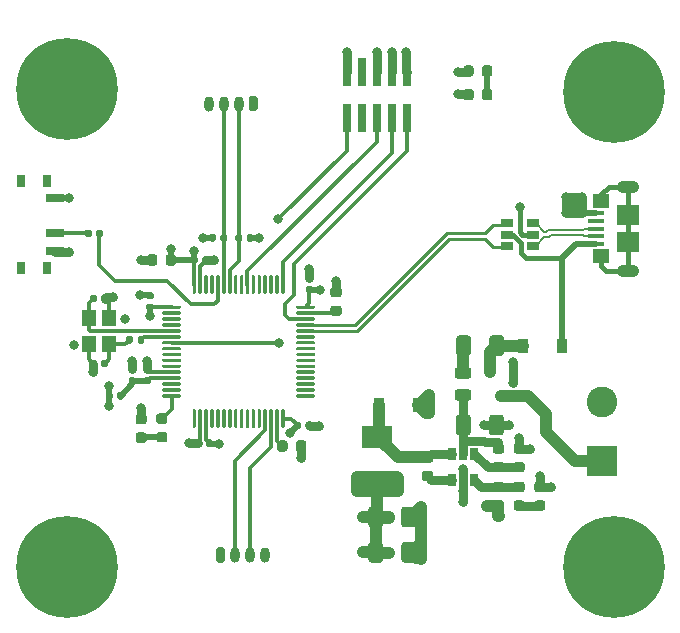
<source format=gbr>
G04 #@! TF.GenerationSoftware,KiCad,Pcbnew,(5.1.6)-1*
G04 #@! TF.CreationDate,2023-08-05T22:02:58+03:00*
G04 #@! TF.ProjectId,STM32F4_REV2,53544d33-3246-4345-9f52-4556322e6b69,rev?*
G04 #@! TF.SameCoordinates,Original*
G04 #@! TF.FileFunction,Copper,L1,Top*
G04 #@! TF.FilePolarity,Positive*
%FSLAX46Y46*%
G04 Gerber Fmt 4.6, Leading zero omitted, Abs format (unit mm)*
G04 Created by KiCad (PCBNEW (5.1.6)-1) date 2023-08-05 22:02:58*
%MOMM*%
%LPD*%
G01*
G04 APERTURE LIST*
G04 #@! TA.AperFunction,SMDPad,CuDef*
%ADD10R,0.740000X2.400000*%
G04 #@! TD*
G04 #@! TA.AperFunction,SMDPad,CuDef*
%ADD11R,1.450000X1.150000*%
G04 #@! TD*
G04 #@! TA.AperFunction,ComponentPad*
%ADD12O,1.900000X1.050000*%
G04 #@! TD*
G04 #@! TA.AperFunction,SMDPad,CuDef*
%ADD13R,1.900000X1.750000*%
G04 #@! TD*
G04 #@! TA.AperFunction,SMDPad,CuDef*
%ADD14R,1.400000X0.400000*%
G04 #@! TD*
G04 #@! TA.AperFunction,SMDPad,CuDef*
%ADD15R,1.200000X1.400000*%
G04 #@! TD*
G04 #@! TA.AperFunction,SMDPad,CuDef*
%ADD16R,1.060000X0.650000*%
G04 #@! TD*
G04 #@! TA.AperFunction,SMDPad,CuDef*
%ADD17R,0.650000X1.060000*%
G04 #@! TD*
G04 #@! TA.AperFunction,SMDPad,CuDef*
%ADD18R,0.800000X1.000000*%
G04 #@! TD*
G04 #@! TA.AperFunction,SMDPad,CuDef*
%ADD19R,1.500000X0.700000*%
G04 #@! TD*
G04 #@! TA.AperFunction,SMDPad,CuDef*
%ADD20R,0.800000X0.900000*%
G04 #@! TD*
G04 #@! TA.AperFunction,SMDPad,CuDef*
%ADD21R,2.500000X1.900000*%
G04 #@! TD*
G04 #@! TA.AperFunction,ComponentPad*
%ADD22O,0.800000X1.300000*%
G04 #@! TD*
G04 #@! TA.AperFunction,ComponentPad*
%ADD23C,2.600000*%
G04 #@! TD*
G04 #@! TA.AperFunction,ComponentPad*
%ADD24R,2.600000X2.600000*%
G04 #@! TD*
G04 #@! TA.AperFunction,ComponentPad*
%ADD25C,0.900000*%
G04 #@! TD*
G04 #@! TA.AperFunction,ComponentPad*
%ADD26C,8.600000*%
G04 #@! TD*
G04 #@! TA.AperFunction,SMDPad,CuDef*
%ADD27R,0.900000X1.200000*%
G04 #@! TD*
G04 #@! TA.AperFunction,ViaPad*
%ADD28C,0.800000*%
G04 #@! TD*
G04 #@! TA.AperFunction,Conductor*
%ADD29C,0.750000*%
G04 #@! TD*
G04 #@! TA.AperFunction,Conductor*
%ADD30C,0.300000*%
G04 #@! TD*
G04 #@! TA.AperFunction,Conductor*
%ADD31C,1.000000*%
G04 #@! TD*
G04 #@! TA.AperFunction,Conductor*
%ADD32C,0.500000*%
G04 #@! TD*
G04 #@! TA.AperFunction,Conductor*
%ADD33C,0.400000*%
G04 #@! TD*
G04 #@! TA.AperFunction,Conductor*
%ADD34C,0.200000*%
G04 #@! TD*
G04 #@! TA.AperFunction,Conductor*
%ADD35C,0.261112*%
G04 #@! TD*
G04 APERTURE END LIST*
D10*
X134885000Y-61225000D03*
X134885000Y-57325000D03*
X136155000Y-61225000D03*
X136155000Y-57325000D03*
X137425000Y-61225000D03*
X137425000Y-57325000D03*
X138695000Y-61225000D03*
X138695000Y-57325000D03*
X139965000Y-61225000D03*
X139965000Y-57325000D03*
D11*
X156470000Y-72920000D03*
X156470000Y-68280000D03*
D12*
X158700000Y-67025000D03*
X158700000Y-74175000D03*
D13*
X158700000Y-71725000D03*
D14*
X156050000Y-70600000D03*
X156050000Y-69950000D03*
X156050000Y-69300000D03*
X156050000Y-71900000D03*
X156050000Y-71250000D03*
D13*
X158700000Y-69475000D03*
D15*
X114775000Y-78175000D03*
X114775000Y-80375000D03*
X113075000Y-80375000D03*
X113075000Y-78175000D03*
D16*
X148500000Y-71100000D03*
X148500000Y-72050000D03*
X148500000Y-70150000D03*
X150700000Y-70150000D03*
X150700000Y-71100000D03*
X150700000Y-72050000D03*
G04 #@! TA.AperFunction,SMDPad,CuDef*
G36*
G01*
X121850000Y-76025000D02*
X121850000Y-74625000D01*
G75*
G02*
X121925000Y-74550000I75000J0D01*
G01*
X122075000Y-74550000D01*
G75*
G02*
X122150000Y-74625000I0J-75000D01*
G01*
X122150000Y-76025000D01*
G75*
G02*
X122075000Y-76100000I-75000J0D01*
G01*
X121925000Y-76100000D01*
G75*
G02*
X121850000Y-76025000I0J75000D01*
G01*
G37*
G04 #@! TD.AperFunction*
G04 #@! TA.AperFunction,SMDPad,CuDef*
G36*
G01*
X122350000Y-76025000D02*
X122350000Y-74625000D01*
G75*
G02*
X122425000Y-74550000I75000J0D01*
G01*
X122575000Y-74550000D01*
G75*
G02*
X122650000Y-74625000I0J-75000D01*
G01*
X122650000Y-76025000D01*
G75*
G02*
X122575000Y-76100000I-75000J0D01*
G01*
X122425000Y-76100000D01*
G75*
G02*
X122350000Y-76025000I0J75000D01*
G01*
G37*
G04 #@! TD.AperFunction*
G04 #@! TA.AperFunction,SMDPad,CuDef*
G36*
G01*
X122850000Y-76025000D02*
X122850000Y-74625000D01*
G75*
G02*
X122925000Y-74550000I75000J0D01*
G01*
X123075000Y-74550000D01*
G75*
G02*
X123150000Y-74625000I0J-75000D01*
G01*
X123150000Y-76025000D01*
G75*
G02*
X123075000Y-76100000I-75000J0D01*
G01*
X122925000Y-76100000D01*
G75*
G02*
X122850000Y-76025000I0J75000D01*
G01*
G37*
G04 #@! TD.AperFunction*
G04 #@! TA.AperFunction,SMDPad,CuDef*
G36*
G01*
X123350000Y-76025000D02*
X123350000Y-74625000D01*
G75*
G02*
X123425000Y-74550000I75000J0D01*
G01*
X123575000Y-74550000D01*
G75*
G02*
X123650000Y-74625000I0J-75000D01*
G01*
X123650000Y-76025000D01*
G75*
G02*
X123575000Y-76100000I-75000J0D01*
G01*
X123425000Y-76100000D01*
G75*
G02*
X123350000Y-76025000I0J75000D01*
G01*
G37*
G04 #@! TD.AperFunction*
G04 #@! TA.AperFunction,SMDPad,CuDef*
G36*
G01*
X123850000Y-76025000D02*
X123850000Y-74625000D01*
G75*
G02*
X123925000Y-74550000I75000J0D01*
G01*
X124075000Y-74550000D01*
G75*
G02*
X124150000Y-74625000I0J-75000D01*
G01*
X124150000Y-76025000D01*
G75*
G02*
X124075000Y-76100000I-75000J0D01*
G01*
X123925000Y-76100000D01*
G75*
G02*
X123850000Y-76025000I0J75000D01*
G01*
G37*
G04 #@! TD.AperFunction*
G04 #@! TA.AperFunction,SMDPad,CuDef*
G36*
G01*
X124350000Y-76025000D02*
X124350000Y-74625000D01*
G75*
G02*
X124425000Y-74550000I75000J0D01*
G01*
X124575000Y-74550000D01*
G75*
G02*
X124650000Y-74625000I0J-75000D01*
G01*
X124650000Y-76025000D01*
G75*
G02*
X124575000Y-76100000I-75000J0D01*
G01*
X124425000Y-76100000D01*
G75*
G02*
X124350000Y-76025000I0J75000D01*
G01*
G37*
G04 #@! TD.AperFunction*
G04 #@! TA.AperFunction,SMDPad,CuDef*
G36*
G01*
X124850000Y-76025000D02*
X124850000Y-74625000D01*
G75*
G02*
X124925000Y-74550000I75000J0D01*
G01*
X125075000Y-74550000D01*
G75*
G02*
X125150000Y-74625000I0J-75000D01*
G01*
X125150000Y-76025000D01*
G75*
G02*
X125075000Y-76100000I-75000J0D01*
G01*
X124925000Y-76100000D01*
G75*
G02*
X124850000Y-76025000I0J75000D01*
G01*
G37*
G04 #@! TD.AperFunction*
G04 #@! TA.AperFunction,SMDPad,CuDef*
G36*
G01*
X125350000Y-76025000D02*
X125350000Y-74625000D01*
G75*
G02*
X125425000Y-74550000I75000J0D01*
G01*
X125575000Y-74550000D01*
G75*
G02*
X125650000Y-74625000I0J-75000D01*
G01*
X125650000Y-76025000D01*
G75*
G02*
X125575000Y-76100000I-75000J0D01*
G01*
X125425000Y-76100000D01*
G75*
G02*
X125350000Y-76025000I0J75000D01*
G01*
G37*
G04 #@! TD.AperFunction*
G04 #@! TA.AperFunction,SMDPad,CuDef*
G36*
G01*
X125850000Y-76025000D02*
X125850000Y-74625000D01*
G75*
G02*
X125925000Y-74550000I75000J0D01*
G01*
X126075000Y-74550000D01*
G75*
G02*
X126150000Y-74625000I0J-75000D01*
G01*
X126150000Y-76025000D01*
G75*
G02*
X126075000Y-76100000I-75000J0D01*
G01*
X125925000Y-76100000D01*
G75*
G02*
X125850000Y-76025000I0J75000D01*
G01*
G37*
G04 #@! TD.AperFunction*
G04 #@! TA.AperFunction,SMDPad,CuDef*
G36*
G01*
X126350000Y-76025000D02*
X126350000Y-74625000D01*
G75*
G02*
X126425000Y-74550000I75000J0D01*
G01*
X126575000Y-74550000D01*
G75*
G02*
X126650000Y-74625000I0J-75000D01*
G01*
X126650000Y-76025000D01*
G75*
G02*
X126575000Y-76100000I-75000J0D01*
G01*
X126425000Y-76100000D01*
G75*
G02*
X126350000Y-76025000I0J75000D01*
G01*
G37*
G04 #@! TD.AperFunction*
G04 #@! TA.AperFunction,SMDPad,CuDef*
G36*
G01*
X126850000Y-76025000D02*
X126850000Y-74625000D01*
G75*
G02*
X126925000Y-74550000I75000J0D01*
G01*
X127075000Y-74550000D01*
G75*
G02*
X127150000Y-74625000I0J-75000D01*
G01*
X127150000Y-76025000D01*
G75*
G02*
X127075000Y-76100000I-75000J0D01*
G01*
X126925000Y-76100000D01*
G75*
G02*
X126850000Y-76025000I0J75000D01*
G01*
G37*
G04 #@! TD.AperFunction*
G04 #@! TA.AperFunction,SMDPad,CuDef*
G36*
G01*
X127350000Y-76025000D02*
X127350000Y-74625000D01*
G75*
G02*
X127425000Y-74550000I75000J0D01*
G01*
X127575000Y-74550000D01*
G75*
G02*
X127650000Y-74625000I0J-75000D01*
G01*
X127650000Y-76025000D01*
G75*
G02*
X127575000Y-76100000I-75000J0D01*
G01*
X127425000Y-76100000D01*
G75*
G02*
X127350000Y-76025000I0J75000D01*
G01*
G37*
G04 #@! TD.AperFunction*
G04 #@! TA.AperFunction,SMDPad,CuDef*
G36*
G01*
X127850000Y-76025000D02*
X127850000Y-74625000D01*
G75*
G02*
X127925000Y-74550000I75000J0D01*
G01*
X128075000Y-74550000D01*
G75*
G02*
X128150000Y-74625000I0J-75000D01*
G01*
X128150000Y-76025000D01*
G75*
G02*
X128075000Y-76100000I-75000J0D01*
G01*
X127925000Y-76100000D01*
G75*
G02*
X127850000Y-76025000I0J75000D01*
G01*
G37*
G04 #@! TD.AperFunction*
G04 #@! TA.AperFunction,SMDPad,CuDef*
G36*
G01*
X128350000Y-76025000D02*
X128350000Y-74625000D01*
G75*
G02*
X128425000Y-74550000I75000J0D01*
G01*
X128575000Y-74550000D01*
G75*
G02*
X128650000Y-74625000I0J-75000D01*
G01*
X128650000Y-76025000D01*
G75*
G02*
X128575000Y-76100000I-75000J0D01*
G01*
X128425000Y-76100000D01*
G75*
G02*
X128350000Y-76025000I0J75000D01*
G01*
G37*
G04 #@! TD.AperFunction*
G04 #@! TA.AperFunction,SMDPad,CuDef*
G36*
G01*
X128850000Y-76025000D02*
X128850000Y-74625000D01*
G75*
G02*
X128925000Y-74550000I75000J0D01*
G01*
X129075000Y-74550000D01*
G75*
G02*
X129150000Y-74625000I0J-75000D01*
G01*
X129150000Y-76025000D01*
G75*
G02*
X129075000Y-76100000I-75000J0D01*
G01*
X128925000Y-76100000D01*
G75*
G02*
X128850000Y-76025000I0J75000D01*
G01*
G37*
G04 #@! TD.AperFunction*
G04 #@! TA.AperFunction,SMDPad,CuDef*
G36*
G01*
X129350000Y-76025000D02*
X129350000Y-74625000D01*
G75*
G02*
X129425000Y-74550000I75000J0D01*
G01*
X129575000Y-74550000D01*
G75*
G02*
X129650000Y-74625000I0J-75000D01*
G01*
X129650000Y-76025000D01*
G75*
G02*
X129575000Y-76100000I-75000J0D01*
G01*
X129425000Y-76100000D01*
G75*
G02*
X129350000Y-76025000I0J75000D01*
G01*
G37*
G04 #@! TD.AperFunction*
G04 #@! TA.AperFunction,SMDPad,CuDef*
G36*
G01*
X130650000Y-77325000D02*
X130650000Y-77175000D01*
G75*
G02*
X130725000Y-77100000I75000J0D01*
G01*
X132125000Y-77100000D01*
G75*
G02*
X132200000Y-77175000I0J-75000D01*
G01*
X132200000Y-77325000D01*
G75*
G02*
X132125000Y-77400000I-75000J0D01*
G01*
X130725000Y-77400000D01*
G75*
G02*
X130650000Y-77325000I0J75000D01*
G01*
G37*
G04 #@! TD.AperFunction*
G04 #@! TA.AperFunction,SMDPad,CuDef*
G36*
G01*
X130650000Y-77825000D02*
X130650000Y-77675000D01*
G75*
G02*
X130725000Y-77600000I75000J0D01*
G01*
X132125000Y-77600000D01*
G75*
G02*
X132200000Y-77675000I0J-75000D01*
G01*
X132200000Y-77825000D01*
G75*
G02*
X132125000Y-77900000I-75000J0D01*
G01*
X130725000Y-77900000D01*
G75*
G02*
X130650000Y-77825000I0J75000D01*
G01*
G37*
G04 #@! TD.AperFunction*
G04 #@! TA.AperFunction,SMDPad,CuDef*
G36*
G01*
X130650000Y-78325000D02*
X130650000Y-78175000D01*
G75*
G02*
X130725000Y-78100000I75000J0D01*
G01*
X132125000Y-78100000D01*
G75*
G02*
X132200000Y-78175000I0J-75000D01*
G01*
X132200000Y-78325000D01*
G75*
G02*
X132125000Y-78400000I-75000J0D01*
G01*
X130725000Y-78400000D01*
G75*
G02*
X130650000Y-78325000I0J75000D01*
G01*
G37*
G04 #@! TD.AperFunction*
G04 #@! TA.AperFunction,SMDPad,CuDef*
G36*
G01*
X130650000Y-78825000D02*
X130650000Y-78675000D01*
G75*
G02*
X130725000Y-78600000I75000J0D01*
G01*
X132125000Y-78600000D01*
G75*
G02*
X132200000Y-78675000I0J-75000D01*
G01*
X132200000Y-78825000D01*
G75*
G02*
X132125000Y-78900000I-75000J0D01*
G01*
X130725000Y-78900000D01*
G75*
G02*
X130650000Y-78825000I0J75000D01*
G01*
G37*
G04 #@! TD.AperFunction*
G04 #@! TA.AperFunction,SMDPad,CuDef*
G36*
G01*
X130650000Y-79325000D02*
X130650000Y-79175000D01*
G75*
G02*
X130725000Y-79100000I75000J0D01*
G01*
X132125000Y-79100000D01*
G75*
G02*
X132200000Y-79175000I0J-75000D01*
G01*
X132200000Y-79325000D01*
G75*
G02*
X132125000Y-79400000I-75000J0D01*
G01*
X130725000Y-79400000D01*
G75*
G02*
X130650000Y-79325000I0J75000D01*
G01*
G37*
G04 #@! TD.AperFunction*
G04 #@! TA.AperFunction,SMDPad,CuDef*
G36*
G01*
X130650000Y-79825000D02*
X130650000Y-79675000D01*
G75*
G02*
X130725000Y-79600000I75000J0D01*
G01*
X132125000Y-79600000D01*
G75*
G02*
X132200000Y-79675000I0J-75000D01*
G01*
X132200000Y-79825000D01*
G75*
G02*
X132125000Y-79900000I-75000J0D01*
G01*
X130725000Y-79900000D01*
G75*
G02*
X130650000Y-79825000I0J75000D01*
G01*
G37*
G04 #@! TD.AperFunction*
G04 #@! TA.AperFunction,SMDPad,CuDef*
G36*
G01*
X130650000Y-80325000D02*
X130650000Y-80175000D01*
G75*
G02*
X130725000Y-80100000I75000J0D01*
G01*
X132125000Y-80100000D01*
G75*
G02*
X132200000Y-80175000I0J-75000D01*
G01*
X132200000Y-80325000D01*
G75*
G02*
X132125000Y-80400000I-75000J0D01*
G01*
X130725000Y-80400000D01*
G75*
G02*
X130650000Y-80325000I0J75000D01*
G01*
G37*
G04 #@! TD.AperFunction*
G04 #@! TA.AperFunction,SMDPad,CuDef*
G36*
G01*
X130650000Y-80825000D02*
X130650000Y-80675000D01*
G75*
G02*
X130725000Y-80600000I75000J0D01*
G01*
X132125000Y-80600000D01*
G75*
G02*
X132200000Y-80675000I0J-75000D01*
G01*
X132200000Y-80825000D01*
G75*
G02*
X132125000Y-80900000I-75000J0D01*
G01*
X130725000Y-80900000D01*
G75*
G02*
X130650000Y-80825000I0J75000D01*
G01*
G37*
G04 #@! TD.AperFunction*
G04 #@! TA.AperFunction,SMDPad,CuDef*
G36*
G01*
X130650000Y-81325000D02*
X130650000Y-81175000D01*
G75*
G02*
X130725000Y-81100000I75000J0D01*
G01*
X132125000Y-81100000D01*
G75*
G02*
X132200000Y-81175000I0J-75000D01*
G01*
X132200000Y-81325000D01*
G75*
G02*
X132125000Y-81400000I-75000J0D01*
G01*
X130725000Y-81400000D01*
G75*
G02*
X130650000Y-81325000I0J75000D01*
G01*
G37*
G04 #@! TD.AperFunction*
G04 #@! TA.AperFunction,SMDPad,CuDef*
G36*
G01*
X130650000Y-81825000D02*
X130650000Y-81675000D01*
G75*
G02*
X130725000Y-81600000I75000J0D01*
G01*
X132125000Y-81600000D01*
G75*
G02*
X132200000Y-81675000I0J-75000D01*
G01*
X132200000Y-81825000D01*
G75*
G02*
X132125000Y-81900000I-75000J0D01*
G01*
X130725000Y-81900000D01*
G75*
G02*
X130650000Y-81825000I0J75000D01*
G01*
G37*
G04 #@! TD.AperFunction*
G04 #@! TA.AperFunction,SMDPad,CuDef*
G36*
G01*
X130650000Y-82325000D02*
X130650000Y-82175000D01*
G75*
G02*
X130725000Y-82100000I75000J0D01*
G01*
X132125000Y-82100000D01*
G75*
G02*
X132200000Y-82175000I0J-75000D01*
G01*
X132200000Y-82325000D01*
G75*
G02*
X132125000Y-82400000I-75000J0D01*
G01*
X130725000Y-82400000D01*
G75*
G02*
X130650000Y-82325000I0J75000D01*
G01*
G37*
G04 #@! TD.AperFunction*
G04 #@! TA.AperFunction,SMDPad,CuDef*
G36*
G01*
X130650000Y-82825000D02*
X130650000Y-82675000D01*
G75*
G02*
X130725000Y-82600000I75000J0D01*
G01*
X132125000Y-82600000D01*
G75*
G02*
X132200000Y-82675000I0J-75000D01*
G01*
X132200000Y-82825000D01*
G75*
G02*
X132125000Y-82900000I-75000J0D01*
G01*
X130725000Y-82900000D01*
G75*
G02*
X130650000Y-82825000I0J75000D01*
G01*
G37*
G04 #@! TD.AperFunction*
G04 #@! TA.AperFunction,SMDPad,CuDef*
G36*
G01*
X130650000Y-83325000D02*
X130650000Y-83175000D01*
G75*
G02*
X130725000Y-83100000I75000J0D01*
G01*
X132125000Y-83100000D01*
G75*
G02*
X132200000Y-83175000I0J-75000D01*
G01*
X132200000Y-83325000D01*
G75*
G02*
X132125000Y-83400000I-75000J0D01*
G01*
X130725000Y-83400000D01*
G75*
G02*
X130650000Y-83325000I0J75000D01*
G01*
G37*
G04 #@! TD.AperFunction*
G04 #@! TA.AperFunction,SMDPad,CuDef*
G36*
G01*
X130650000Y-83825000D02*
X130650000Y-83675000D01*
G75*
G02*
X130725000Y-83600000I75000J0D01*
G01*
X132125000Y-83600000D01*
G75*
G02*
X132200000Y-83675000I0J-75000D01*
G01*
X132200000Y-83825000D01*
G75*
G02*
X132125000Y-83900000I-75000J0D01*
G01*
X130725000Y-83900000D01*
G75*
G02*
X130650000Y-83825000I0J75000D01*
G01*
G37*
G04 #@! TD.AperFunction*
G04 #@! TA.AperFunction,SMDPad,CuDef*
G36*
G01*
X130650000Y-84325000D02*
X130650000Y-84175000D01*
G75*
G02*
X130725000Y-84100000I75000J0D01*
G01*
X132125000Y-84100000D01*
G75*
G02*
X132200000Y-84175000I0J-75000D01*
G01*
X132200000Y-84325000D01*
G75*
G02*
X132125000Y-84400000I-75000J0D01*
G01*
X130725000Y-84400000D01*
G75*
G02*
X130650000Y-84325000I0J75000D01*
G01*
G37*
G04 #@! TD.AperFunction*
G04 #@! TA.AperFunction,SMDPad,CuDef*
G36*
G01*
X130650000Y-84825000D02*
X130650000Y-84675000D01*
G75*
G02*
X130725000Y-84600000I75000J0D01*
G01*
X132125000Y-84600000D01*
G75*
G02*
X132200000Y-84675000I0J-75000D01*
G01*
X132200000Y-84825000D01*
G75*
G02*
X132125000Y-84900000I-75000J0D01*
G01*
X130725000Y-84900000D01*
G75*
G02*
X130650000Y-84825000I0J75000D01*
G01*
G37*
G04 #@! TD.AperFunction*
G04 #@! TA.AperFunction,SMDPad,CuDef*
G36*
G01*
X129350000Y-87375000D02*
X129350000Y-85975000D01*
G75*
G02*
X129425000Y-85900000I75000J0D01*
G01*
X129575000Y-85900000D01*
G75*
G02*
X129650000Y-85975000I0J-75000D01*
G01*
X129650000Y-87375000D01*
G75*
G02*
X129575000Y-87450000I-75000J0D01*
G01*
X129425000Y-87450000D01*
G75*
G02*
X129350000Y-87375000I0J75000D01*
G01*
G37*
G04 #@! TD.AperFunction*
G04 #@! TA.AperFunction,SMDPad,CuDef*
G36*
G01*
X128850000Y-87375000D02*
X128850000Y-85975000D01*
G75*
G02*
X128925000Y-85900000I75000J0D01*
G01*
X129075000Y-85900000D01*
G75*
G02*
X129150000Y-85975000I0J-75000D01*
G01*
X129150000Y-87375000D01*
G75*
G02*
X129075000Y-87450000I-75000J0D01*
G01*
X128925000Y-87450000D01*
G75*
G02*
X128850000Y-87375000I0J75000D01*
G01*
G37*
G04 #@! TD.AperFunction*
G04 #@! TA.AperFunction,SMDPad,CuDef*
G36*
G01*
X128350000Y-87375000D02*
X128350000Y-85975000D01*
G75*
G02*
X128425000Y-85900000I75000J0D01*
G01*
X128575000Y-85900000D01*
G75*
G02*
X128650000Y-85975000I0J-75000D01*
G01*
X128650000Y-87375000D01*
G75*
G02*
X128575000Y-87450000I-75000J0D01*
G01*
X128425000Y-87450000D01*
G75*
G02*
X128350000Y-87375000I0J75000D01*
G01*
G37*
G04 #@! TD.AperFunction*
G04 #@! TA.AperFunction,SMDPad,CuDef*
G36*
G01*
X127850000Y-87375000D02*
X127850000Y-85975000D01*
G75*
G02*
X127925000Y-85900000I75000J0D01*
G01*
X128075000Y-85900000D01*
G75*
G02*
X128150000Y-85975000I0J-75000D01*
G01*
X128150000Y-87375000D01*
G75*
G02*
X128075000Y-87450000I-75000J0D01*
G01*
X127925000Y-87450000D01*
G75*
G02*
X127850000Y-87375000I0J75000D01*
G01*
G37*
G04 #@! TD.AperFunction*
G04 #@! TA.AperFunction,SMDPad,CuDef*
G36*
G01*
X127350000Y-87375000D02*
X127350000Y-85975000D01*
G75*
G02*
X127425000Y-85900000I75000J0D01*
G01*
X127575000Y-85900000D01*
G75*
G02*
X127650000Y-85975000I0J-75000D01*
G01*
X127650000Y-87375000D01*
G75*
G02*
X127575000Y-87450000I-75000J0D01*
G01*
X127425000Y-87450000D01*
G75*
G02*
X127350000Y-87375000I0J75000D01*
G01*
G37*
G04 #@! TD.AperFunction*
G04 #@! TA.AperFunction,SMDPad,CuDef*
G36*
G01*
X126850000Y-87375000D02*
X126850000Y-85975000D01*
G75*
G02*
X126925000Y-85900000I75000J0D01*
G01*
X127075000Y-85900000D01*
G75*
G02*
X127150000Y-85975000I0J-75000D01*
G01*
X127150000Y-87375000D01*
G75*
G02*
X127075000Y-87450000I-75000J0D01*
G01*
X126925000Y-87450000D01*
G75*
G02*
X126850000Y-87375000I0J75000D01*
G01*
G37*
G04 #@! TD.AperFunction*
G04 #@! TA.AperFunction,SMDPad,CuDef*
G36*
G01*
X126350000Y-87375000D02*
X126350000Y-85975000D01*
G75*
G02*
X126425000Y-85900000I75000J0D01*
G01*
X126575000Y-85900000D01*
G75*
G02*
X126650000Y-85975000I0J-75000D01*
G01*
X126650000Y-87375000D01*
G75*
G02*
X126575000Y-87450000I-75000J0D01*
G01*
X126425000Y-87450000D01*
G75*
G02*
X126350000Y-87375000I0J75000D01*
G01*
G37*
G04 #@! TD.AperFunction*
G04 #@! TA.AperFunction,SMDPad,CuDef*
G36*
G01*
X125850000Y-87375000D02*
X125850000Y-85975000D01*
G75*
G02*
X125925000Y-85900000I75000J0D01*
G01*
X126075000Y-85900000D01*
G75*
G02*
X126150000Y-85975000I0J-75000D01*
G01*
X126150000Y-87375000D01*
G75*
G02*
X126075000Y-87450000I-75000J0D01*
G01*
X125925000Y-87450000D01*
G75*
G02*
X125850000Y-87375000I0J75000D01*
G01*
G37*
G04 #@! TD.AperFunction*
G04 #@! TA.AperFunction,SMDPad,CuDef*
G36*
G01*
X125350000Y-87375000D02*
X125350000Y-85975000D01*
G75*
G02*
X125425000Y-85900000I75000J0D01*
G01*
X125575000Y-85900000D01*
G75*
G02*
X125650000Y-85975000I0J-75000D01*
G01*
X125650000Y-87375000D01*
G75*
G02*
X125575000Y-87450000I-75000J0D01*
G01*
X125425000Y-87450000D01*
G75*
G02*
X125350000Y-87375000I0J75000D01*
G01*
G37*
G04 #@! TD.AperFunction*
G04 #@! TA.AperFunction,SMDPad,CuDef*
G36*
G01*
X124850000Y-87375000D02*
X124850000Y-85975000D01*
G75*
G02*
X124925000Y-85900000I75000J0D01*
G01*
X125075000Y-85900000D01*
G75*
G02*
X125150000Y-85975000I0J-75000D01*
G01*
X125150000Y-87375000D01*
G75*
G02*
X125075000Y-87450000I-75000J0D01*
G01*
X124925000Y-87450000D01*
G75*
G02*
X124850000Y-87375000I0J75000D01*
G01*
G37*
G04 #@! TD.AperFunction*
G04 #@! TA.AperFunction,SMDPad,CuDef*
G36*
G01*
X124350000Y-87375000D02*
X124350000Y-85975000D01*
G75*
G02*
X124425000Y-85900000I75000J0D01*
G01*
X124575000Y-85900000D01*
G75*
G02*
X124650000Y-85975000I0J-75000D01*
G01*
X124650000Y-87375000D01*
G75*
G02*
X124575000Y-87450000I-75000J0D01*
G01*
X124425000Y-87450000D01*
G75*
G02*
X124350000Y-87375000I0J75000D01*
G01*
G37*
G04 #@! TD.AperFunction*
G04 #@! TA.AperFunction,SMDPad,CuDef*
G36*
G01*
X123850000Y-87375000D02*
X123850000Y-85975000D01*
G75*
G02*
X123925000Y-85900000I75000J0D01*
G01*
X124075000Y-85900000D01*
G75*
G02*
X124150000Y-85975000I0J-75000D01*
G01*
X124150000Y-87375000D01*
G75*
G02*
X124075000Y-87450000I-75000J0D01*
G01*
X123925000Y-87450000D01*
G75*
G02*
X123850000Y-87375000I0J75000D01*
G01*
G37*
G04 #@! TD.AperFunction*
G04 #@! TA.AperFunction,SMDPad,CuDef*
G36*
G01*
X123350000Y-87375000D02*
X123350000Y-85975000D01*
G75*
G02*
X123425000Y-85900000I75000J0D01*
G01*
X123575000Y-85900000D01*
G75*
G02*
X123650000Y-85975000I0J-75000D01*
G01*
X123650000Y-87375000D01*
G75*
G02*
X123575000Y-87450000I-75000J0D01*
G01*
X123425000Y-87450000D01*
G75*
G02*
X123350000Y-87375000I0J75000D01*
G01*
G37*
G04 #@! TD.AperFunction*
G04 #@! TA.AperFunction,SMDPad,CuDef*
G36*
G01*
X122850000Y-87375000D02*
X122850000Y-85975000D01*
G75*
G02*
X122925000Y-85900000I75000J0D01*
G01*
X123075000Y-85900000D01*
G75*
G02*
X123150000Y-85975000I0J-75000D01*
G01*
X123150000Y-87375000D01*
G75*
G02*
X123075000Y-87450000I-75000J0D01*
G01*
X122925000Y-87450000D01*
G75*
G02*
X122850000Y-87375000I0J75000D01*
G01*
G37*
G04 #@! TD.AperFunction*
G04 #@! TA.AperFunction,SMDPad,CuDef*
G36*
G01*
X122350000Y-87375000D02*
X122350000Y-85975000D01*
G75*
G02*
X122425000Y-85900000I75000J0D01*
G01*
X122575000Y-85900000D01*
G75*
G02*
X122650000Y-85975000I0J-75000D01*
G01*
X122650000Y-87375000D01*
G75*
G02*
X122575000Y-87450000I-75000J0D01*
G01*
X122425000Y-87450000D01*
G75*
G02*
X122350000Y-87375000I0J75000D01*
G01*
G37*
G04 #@! TD.AperFunction*
G04 #@! TA.AperFunction,SMDPad,CuDef*
G36*
G01*
X121850000Y-87375000D02*
X121850000Y-85975000D01*
G75*
G02*
X121925000Y-85900000I75000J0D01*
G01*
X122075000Y-85900000D01*
G75*
G02*
X122150000Y-85975000I0J-75000D01*
G01*
X122150000Y-87375000D01*
G75*
G02*
X122075000Y-87450000I-75000J0D01*
G01*
X121925000Y-87450000D01*
G75*
G02*
X121850000Y-87375000I0J75000D01*
G01*
G37*
G04 #@! TD.AperFunction*
G04 #@! TA.AperFunction,SMDPad,CuDef*
G36*
G01*
X119300000Y-84825000D02*
X119300000Y-84675000D01*
G75*
G02*
X119375000Y-84600000I75000J0D01*
G01*
X120775000Y-84600000D01*
G75*
G02*
X120850000Y-84675000I0J-75000D01*
G01*
X120850000Y-84825000D01*
G75*
G02*
X120775000Y-84900000I-75000J0D01*
G01*
X119375000Y-84900000D01*
G75*
G02*
X119300000Y-84825000I0J75000D01*
G01*
G37*
G04 #@! TD.AperFunction*
G04 #@! TA.AperFunction,SMDPad,CuDef*
G36*
G01*
X119300000Y-84325000D02*
X119300000Y-84175000D01*
G75*
G02*
X119375000Y-84100000I75000J0D01*
G01*
X120775000Y-84100000D01*
G75*
G02*
X120850000Y-84175000I0J-75000D01*
G01*
X120850000Y-84325000D01*
G75*
G02*
X120775000Y-84400000I-75000J0D01*
G01*
X119375000Y-84400000D01*
G75*
G02*
X119300000Y-84325000I0J75000D01*
G01*
G37*
G04 #@! TD.AperFunction*
G04 #@! TA.AperFunction,SMDPad,CuDef*
G36*
G01*
X119300000Y-83825000D02*
X119300000Y-83675000D01*
G75*
G02*
X119375000Y-83600000I75000J0D01*
G01*
X120775000Y-83600000D01*
G75*
G02*
X120850000Y-83675000I0J-75000D01*
G01*
X120850000Y-83825000D01*
G75*
G02*
X120775000Y-83900000I-75000J0D01*
G01*
X119375000Y-83900000D01*
G75*
G02*
X119300000Y-83825000I0J75000D01*
G01*
G37*
G04 #@! TD.AperFunction*
G04 #@! TA.AperFunction,SMDPad,CuDef*
G36*
G01*
X119300000Y-83325000D02*
X119300000Y-83175000D01*
G75*
G02*
X119375000Y-83100000I75000J0D01*
G01*
X120775000Y-83100000D01*
G75*
G02*
X120850000Y-83175000I0J-75000D01*
G01*
X120850000Y-83325000D01*
G75*
G02*
X120775000Y-83400000I-75000J0D01*
G01*
X119375000Y-83400000D01*
G75*
G02*
X119300000Y-83325000I0J75000D01*
G01*
G37*
G04 #@! TD.AperFunction*
G04 #@! TA.AperFunction,SMDPad,CuDef*
G36*
G01*
X119300000Y-82825000D02*
X119300000Y-82675000D01*
G75*
G02*
X119375000Y-82600000I75000J0D01*
G01*
X120775000Y-82600000D01*
G75*
G02*
X120850000Y-82675000I0J-75000D01*
G01*
X120850000Y-82825000D01*
G75*
G02*
X120775000Y-82900000I-75000J0D01*
G01*
X119375000Y-82900000D01*
G75*
G02*
X119300000Y-82825000I0J75000D01*
G01*
G37*
G04 #@! TD.AperFunction*
G04 #@! TA.AperFunction,SMDPad,CuDef*
G36*
G01*
X119300000Y-82325000D02*
X119300000Y-82175000D01*
G75*
G02*
X119375000Y-82100000I75000J0D01*
G01*
X120775000Y-82100000D01*
G75*
G02*
X120850000Y-82175000I0J-75000D01*
G01*
X120850000Y-82325000D01*
G75*
G02*
X120775000Y-82400000I-75000J0D01*
G01*
X119375000Y-82400000D01*
G75*
G02*
X119300000Y-82325000I0J75000D01*
G01*
G37*
G04 #@! TD.AperFunction*
G04 #@! TA.AperFunction,SMDPad,CuDef*
G36*
G01*
X119300000Y-81825000D02*
X119300000Y-81675000D01*
G75*
G02*
X119375000Y-81600000I75000J0D01*
G01*
X120775000Y-81600000D01*
G75*
G02*
X120850000Y-81675000I0J-75000D01*
G01*
X120850000Y-81825000D01*
G75*
G02*
X120775000Y-81900000I-75000J0D01*
G01*
X119375000Y-81900000D01*
G75*
G02*
X119300000Y-81825000I0J75000D01*
G01*
G37*
G04 #@! TD.AperFunction*
G04 #@! TA.AperFunction,SMDPad,CuDef*
G36*
G01*
X119300000Y-81325000D02*
X119300000Y-81175000D01*
G75*
G02*
X119375000Y-81100000I75000J0D01*
G01*
X120775000Y-81100000D01*
G75*
G02*
X120850000Y-81175000I0J-75000D01*
G01*
X120850000Y-81325000D01*
G75*
G02*
X120775000Y-81400000I-75000J0D01*
G01*
X119375000Y-81400000D01*
G75*
G02*
X119300000Y-81325000I0J75000D01*
G01*
G37*
G04 #@! TD.AperFunction*
G04 #@! TA.AperFunction,SMDPad,CuDef*
G36*
G01*
X119300000Y-80825000D02*
X119300000Y-80675000D01*
G75*
G02*
X119375000Y-80600000I75000J0D01*
G01*
X120775000Y-80600000D01*
G75*
G02*
X120850000Y-80675000I0J-75000D01*
G01*
X120850000Y-80825000D01*
G75*
G02*
X120775000Y-80900000I-75000J0D01*
G01*
X119375000Y-80900000D01*
G75*
G02*
X119300000Y-80825000I0J75000D01*
G01*
G37*
G04 #@! TD.AperFunction*
G04 #@! TA.AperFunction,SMDPad,CuDef*
G36*
G01*
X119300000Y-80325000D02*
X119300000Y-80175000D01*
G75*
G02*
X119375000Y-80100000I75000J0D01*
G01*
X120775000Y-80100000D01*
G75*
G02*
X120850000Y-80175000I0J-75000D01*
G01*
X120850000Y-80325000D01*
G75*
G02*
X120775000Y-80400000I-75000J0D01*
G01*
X119375000Y-80400000D01*
G75*
G02*
X119300000Y-80325000I0J75000D01*
G01*
G37*
G04 #@! TD.AperFunction*
G04 #@! TA.AperFunction,SMDPad,CuDef*
G36*
G01*
X119300000Y-79825000D02*
X119300000Y-79675000D01*
G75*
G02*
X119375000Y-79600000I75000J0D01*
G01*
X120775000Y-79600000D01*
G75*
G02*
X120850000Y-79675000I0J-75000D01*
G01*
X120850000Y-79825000D01*
G75*
G02*
X120775000Y-79900000I-75000J0D01*
G01*
X119375000Y-79900000D01*
G75*
G02*
X119300000Y-79825000I0J75000D01*
G01*
G37*
G04 #@! TD.AperFunction*
G04 #@! TA.AperFunction,SMDPad,CuDef*
G36*
G01*
X119300000Y-79325000D02*
X119300000Y-79175000D01*
G75*
G02*
X119375000Y-79100000I75000J0D01*
G01*
X120775000Y-79100000D01*
G75*
G02*
X120850000Y-79175000I0J-75000D01*
G01*
X120850000Y-79325000D01*
G75*
G02*
X120775000Y-79400000I-75000J0D01*
G01*
X119375000Y-79400000D01*
G75*
G02*
X119300000Y-79325000I0J75000D01*
G01*
G37*
G04 #@! TD.AperFunction*
G04 #@! TA.AperFunction,SMDPad,CuDef*
G36*
G01*
X119300000Y-78825000D02*
X119300000Y-78675000D01*
G75*
G02*
X119375000Y-78600000I75000J0D01*
G01*
X120775000Y-78600000D01*
G75*
G02*
X120850000Y-78675000I0J-75000D01*
G01*
X120850000Y-78825000D01*
G75*
G02*
X120775000Y-78900000I-75000J0D01*
G01*
X119375000Y-78900000D01*
G75*
G02*
X119300000Y-78825000I0J75000D01*
G01*
G37*
G04 #@! TD.AperFunction*
G04 #@! TA.AperFunction,SMDPad,CuDef*
G36*
G01*
X119300000Y-78325000D02*
X119300000Y-78175000D01*
G75*
G02*
X119375000Y-78100000I75000J0D01*
G01*
X120775000Y-78100000D01*
G75*
G02*
X120850000Y-78175000I0J-75000D01*
G01*
X120850000Y-78325000D01*
G75*
G02*
X120775000Y-78400000I-75000J0D01*
G01*
X119375000Y-78400000D01*
G75*
G02*
X119300000Y-78325000I0J75000D01*
G01*
G37*
G04 #@! TD.AperFunction*
G04 #@! TA.AperFunction,SMDPad,CuDef*
G36*
G01*
X119300000Y-77825000D02*
X119300000Y-77675000D01*
G75*
G02*
X119375000Y-77600000I75000J0D01*
G01*
X120775000Y-77600000D01*
G75*
G02*
X120850000Y-77675000I0J-75000D01*
G01*
X120850000Y-77825000D01*
G75*
G02*
X120775000Y-77900000I-75000J0D01*
G01*
X119375000Y-77900000D01*
G75*
G02*
X119300000Y-77825000I0J75000D01*
G01*
G37*
G04 #@! TD.AperFunction*
G04 #@! TA.AperFunction,SMDPad,CuDef*
G36*
G01*
X119300000Y-77325000D02*
X119300000Y-77175000D01*
G75*
G02*
X119375000Y-77100000I75000J0D01*
G01*
X120775000Y-77100000D01*
G75*
G02*
X120850000Y-77175000I0J-75000D01*
G01*
X120850000Y-77325000D01*
G75*
G02*
X120775000Y-77400000I-75000J0D01*
G01*
X119375000Y-77400000D01*
G75*
G02*
X119300000Y-77325000I0J75000D01*
G01*
G37*
G04 #@! TD.AperFunction*
D17*
X144750000Y-89650000D03*
X143800000Y-89650000D03*
X145700000Y-89650000D03*
X145700000Y-91850000D03*
X144750000Y-91850000D03*
X143800000Y-91850000D03*
D18*
X109530000Y-66600000D03*
X109530000Y-73900000D03*
X107320000Y-73900000D03*
X107320000Y-66600000D03*
D19*
X110180000Y-72500000D03*
X110180000Y-71000000D03*
X110180000Y-68000000D03*
G04 #@! TA.AperFunction,SMDPad,CuDef*
G36*
G01*
X124215000Y-71547500D02*
X124215000Y-71202500D01*
G75*
G02*
X124362500Y-71055000I147500J0D01*
G01*
X124657500Y-71055000D01*
G75*
G02*
X124805000Y-71202500I0J-147500D01*
G01*
X124805000Y-71547500D01*
G75*
G02*
X124657500Y-71695000I-147500J0D01*
G01*
X124362500Y-71695000D01*
G75*
G02*
X124215000Y-71547500I0J147500D01*
G01*
G37*
G04 #@! TD.AperFunction*
G04 #@! TA.AperFunction,SMDPad,CuDef*
G36*
G01*
X123245000Y-71547500D02*
X123245000Y-71202500D01*
G75*
G02*
X123392500Y-71055000I147500J0D01*
G01*
X123687500Y-71055000D01*
G75*
G02*
X123835000Y-71202500I0J-147500D01*
G01*
X123835000Y-71547500D01*
G75*
G02*
X123687500Y-71695000I-147500J0D01*
G01*
X123392500Y-71695000D01*
G75*
G02*
X123245000Y-71547500I0J147500D01*
G01*
G37*
G04 #@! TD.AperFunction*
G04 #@! TA.AperFunction,SMDPad,CuDef*
G36*
G01*
X126060000Y-71202500D02*
X126060000Y-71547500D01*
G75*
G02*
X125912500Y-71695000I-147500J0D01*
G01*
X125617500Y-71695000D01*
G75*
G02*
X125470000Y-71547500I0J147500D01*
G01*
X125470000Y-71202500D01*
G75*
G02*
X125617500Y-71055000I147500J0D01*
G01*
X125912500Y-71055000D01*
G75*
G02*
X126060000Y-71202500I0J-147500D01*
G01*
G37*
G04 #@! TD.AperFunction*
G04 #@! TA.AperFunction,SMDPad,CuDef*
G36*
G01*
X127030000Y-71202500D02*
X127030000Y-71547500D01*
G75*
G02*
X126882500Y-71695000I-147500J0D01*
G01*
X126587500Y-71695000D01*
G75*
G02*
X126440000Y-71547500I0J147500D01*
G01*
X126440000Y-71202500D01*
G75*
G02*
X126587500Y-71055000I147500J0D01*
G01*
X126882500Y-71055000D01*
G75*
G02*
X127030000Y-71202500I0J-147500D01*
G01*
G37*
G04 #@! TD.AperFunction*
G04 #@! TA.AperFunction,SMDPad,CuDef*
G36*
G01*
X117756250Y-87150000D02*
X117243750Y-87150000D01*
G75*
G02*
X117025000Y-86931250I0J218750D01*
G01*
X117025000Y-86493750D01*
G75*
G02*
X117243750Y-86275000I218750J0D01*
G01*
X117756250Y-86275000D01*
G75*
G02*
X117975000Y-86493750I0J-218750D01*
G01*
X117975000Y-86931250D01*
G75*
G02*
X117756250Y-87150000I-218750J0D01*
G01*
G37*
G04 #@! TD.AperFunction*
G04 #@! TA.AperFunction,SMDPad,CuDef*
G36*
G01*
X117756250Y-88725000D02*
X117243750Y-88725000D01*
G75*
G02*
X117025000Y-88506250I0J218750D01*
G01*
X117025000Y-88068750D01*
G75*
G02*
X117243750Y-87850000I218750J0D01*
G01*
X117756250Y-87850000D01*
G75*
G02*
X117975000Y-88068750I0J-218750D01*
G01*
X117975000Y-88506250D01*
G75*
G02*
X117756250Y-88725000I-218750J0D01*
G01*
G37*
G04 #@! TD.AperFunction*
G04 #@! TA.AperFunction,SMDPad,CuDef*
G36*
G01*
X116810000Y-79827500D02*
X116810000Y-80172500D01*
G75*
G02*
X116662500Y-80320000I-147500J0D01*
G01*
X116367500Y-80320000D01*
G75*
G02*
X116220000Y-80172500I0J147500D01*
G01*
X116220000Y-79827500D01*
G75*
G02*
X116367500Y-79680000I147500J0D01*
G01*
X116662500Y-79680000D01*
G75*
G02*
X116810000Y-79827500I0J-147500D01*
G01*
G37*
G04 #@! TD.AperFunction*
G04 #@! TA.AperFunction,SMDPad,CuDef*
G36*
G01*
X117780000Y-79827500D02*
X117780000Y-80172500D01*
G75*
G02*
X117632500Y-80320000I-147500J0D01*
G01*
X117337500Y-80320000D01*
G75*
G02*
X117190000Y-80172500I0J147500D01*
G01*
X117190000Y-79827500D01*
G75*
G02*
X117337500Y-79680000I147500J0D01*
G01*
X117632500Y-79680000D01*
G75*
G02*
X117780000Y-79827500I0J-147500D01*
G01*
G37*
G04 #@! TD.AperFunction*
G04 #@! TA.AperFunction,SMDPad,CuDef*
G36*
G01*
X113675000Y-71172500D02*
X113675000Y-70827500D01*
G75*
G02*
X113822500Y-70680000I147500J0D01*
G01*
X114117500Y-70680000D01*
G75*
G02*
X114265000Y-70827500I0J-147500D01*
G01*
X114265000Y-71172500D01*
G75*
G02*
X114117500Y-71320000I-147500J0D01*
G01*
X113822500Y-71320000D01*
G75*
G02*
X113675000Y-71172500I0J147500D01*
G01*
G37*
G04 #@! TD.AperFunction*
G04 #@! TA.AperFunction,SMDPad,CuDef*
G36*
G01*
X112705000Y-71172500D02*
X112705000Y-70827500D01*
G75*
G02*
X112852500Y-70680000I147500J0D01*
G01*
X113147500Y-70680000D01*
G75*
G02*
X113295000Y-70827500I0J-147500D01*
G01*
X113295000Y-71172500D01*
G75*
G02*
X113147500Y-71320000I-147500J0D01*
G01*
X112852500Y-71320000D01*
G75*
G02*
X112705000Y-71172500I0J147500D01*
G01*
G37*
G04 #@! TD.AperFunction*
G04 #@! TA.AperFunction,SMDPad,CuDef*
G36*
G01*
X145650000Y-58993750D02*
X145650000Y-59506250D01*
G75*
G02*
X145431250Y-59725000I-218750J0D01*
G01*
X144993750Y-59725000D01*
G75*
G02*
X144775000Y-59506250I0J218750D01*
G01*
X144775000Y-58993750D01*
G75*
G02*
X144993750Y-58775000I218750J0D01*
G01*
X145431250Y-58775000D01*
G75*
G02*
X145650000Y-58993750I0J-218750D01*
G01*
G37*
G04 #@! TD.AperFunction*
G04 #@! TA.AperFunction,SMDPad,CuDef*
G36*
G01*
X147225000Y-58993750D02*
X147225000Y-59506250D01*
G75*
G02*
X147006250Y-59725000I-218750J0D01*
G01*
X146568750Y-59725000D01*
G75*
G02*
X146350000Y-59506250I0J218750D01*
G01*
X146350000Y-58993750D01*
G75*
G02*
X146568750Y-58775000I218750J0D01*
G01*
X147006250Y-58775000D01*
G75*
G02*
X147225000Y-58993750I0J-218750D01*
G01*
G37*
G04 #@! TD.AperFunction*
G04 #@! TA.AperFunction,SMDPad,CuDef*
G36*
G01*
X151506250Y-92900000D02*
X150993750Y-92900000D01*
G75*
G02*
X150775000Y-92681250I0J218750D01*
G01*
X150775000Y-92243750D01*
G75*
G02*
X150993750Y-92025000I218750J0D01*
G01*
X151506250Y-92025000D01*
G75*
G02*
X151725000Y-92243750I0J-218750D01*
G01*
X151725000Y-92681250D01*
G75*
G02*
X151506250Y-92900000I-218750J0D01*
G01*
G37*
G04 #@! TD.AperFunction*
G04 #@! TA.AperFunction,SMDPad,CuDef*
G36*
G01*
X151506250Y-94475000D02*
X150993750Y-94475000D01*
G75*
G02*
X150775000Y-94256250I0J218750D01*
G01*
X150775000Y-93818750D01*
G75*
G02*
X150993750Y-93600000I218750J0D01*
G01*
X151506250Y-93600000D01*
G75*
G02*
X151725000Y-93818750I0J-218750D01*
G01*
X151725000Y-94256250D01*
G75*
G02*
X151506250Y-94475000I-218750J0D01*
G01*
G37*
G04 #@! TD.AperFunction*
G04 #@! TA.AperFunction,SMDPad,CuDef*
G36*
G01*
X149243750Y-93600000D02*
X149756250Y-93600000D01*
G75*
G02*
X149975000Y-93818750I0J-218750D01*
G01*
X149975000Y-94256250D01*
G75*
G02*
X149756250Y-94475000I-218750J0D01*
G01*
X149243750Y-94475000D01*
G75*
G02*
X149025000Y-94256250I0J218750D01*
G01*
X149025000Y-93818750D01*
G75*
G02*
X149243750Y-93600000I218750J0D01*
G01*
G37*
G04 #@! TD.AperFunction*
G04 #@! TA.AperFunction,SMDPad,CuDef*
G36*
G01*
X149243750Y-92025000D02*
X149756250Y-92025000D01*
G75*
G02*
X149975000Y-92243750I0J-218750D01*
G01*
X149975000Y-92681250D01*
G75*
G02*
X149756250Y-92900000I-218750J0D01*
G01*
X149243750Y-92900000D01*
G75*
G02*
X149025000Y-92681250I0J218750D01*
G01*
X149025000Y-92243750D01*
G75*
G02*
X149243750Y-92025000I218750J0D01*
G01*
G37*
G04 #@! TD.AperFunction*
G04 #@! TA.AperFunction,SMDPad,CuDef*
G36*
G01*
X148006250Y-92900000D02*
X147493750Y-92900000D01*
G75*
G02*
X147275000Y-92681250I0J218750D01*
G01*
X147275000Y-92243750D01*
G75*
G02*
X147493750Y-92025000I218750J0D01*
G01*
X148006250Y-92025000D01*
G75*
G02*
X148225000Y-92243750I0J-218750D01*
G01*
X148225000Y-92681250D01*
G75*
G02*
X148006250Y-92900000I-218750J0D01*
G01*
G37*
G04 #@! TD.AperFunction*
G04 #@! TA.AperFunction,SMDPad,CuDef*
G36*
G01*
X148006250Y-94475000D02*
X147493750Y-94475000D01*
G75*
G02*
X147275000Y-94256250I0J218750D01*
G01*
X147275000Y-93818750D01*
G75*
G02*
X147493750Y-93600000I218750J0D01*
G01*
X148006250Y-93600000D01*
G75*
G02*
X148225000Y-93818750I0J-218750D01*
G01*
X148225000Y-94256250D01*
G75*
G02*
X148006250Y-94475000I-218750J0D01*
G01*
G37*
G04 #@! TD.AperFunction*
G04 #@! TA.AperFunction,SMDPad,CuDef*
G36*
G01*
X149756250Y-89650000D02*
X149243750Y-89650000D01*
G75*
G02*
X149025000Y-89431250I0J218750D01*
G01*
X149025000Y-88993750D01*
G75*
G02*
X149243750Y-88775000I218750J0D01*
G01*
X149756250Y-88775000D01*
G75*
G02*
X149975000Y-88993750I0J-218750D01*
G01*
X149975000Y-89431250D01*
G75*
G02*
X149756250Y-89650000I-218750J0D01*
G01*
G37*
G04 #@! TD.AperFunction*
G04 #@! TA.AperFunction,SMDPad,CuDef*
G36*
G01*
X149756250Y-91225000D02*
X149243750Y-91225000D01*
G75*
G02*
X149025000Y-91006250I0J218750D01*
G01*
X149025000Y-90568750D01*
G75*
G02*
X149243750Y-90350000I218750J0D01*
G01*
X149756250Y-90350000D01*
G75*
G02*
X149975000Y-90568750I0J-218750D01*
G01*
X149975000Y-91006250D01*
G75*
G02*
X149756250Y-91225000I-218750J0D01*
G01*
G37*
G04 #@! TD.AperFunction*
G04 #@! TA.AperFunction,SMDPad,CuDef*
G36*
G01*
X147493750Y-90350000D02*
X148006250Y-90350000D01*
G75*
G02*
X148225000Y-90568750I0J-218750D01*
G01*
X148225000Y-91006250D01*
G75*
G02*
X148006250Y-91225000I-218750J0D01*
G01*
X147493750Y-91225000D01*
G75*
G02*
X147275000Y-91006250I0J218750D01*
G01*
X147275000Y-90568750D01*
G75*
G02*
X147493750Y-90350000I218750J0D01*
G01*
G37*
G04 #@! TD.AperFunction*
G04 #@! TA.AperFunction,SMDPad,CuDef*
G36*
G01*
X147493750Y-88775000D02*
X148006250Y-88775000D01*
G75*
G02*
X148225000Y-88993750I0J-218750D01*
G01*
X148225000Y-89431250D01*
G75*
G02*
X148006250Y-89650000I-218750J0D01*
G01*
X147493750Y-89650000D01*
G75*
G02*
X147275000Y-89431250I0J218750D01*
G01*
X147275000Y-88993750D01*
G75*
G02*
X147493750Y-88775000I218750J0D01*
G01*
G37*
G04 #@! TD.AperFunction*
D20*
X148000000Y-84750000D03*
X147050000Y-82750000D03*
X148950000Y-82750000D03*
G04 #@! TA.AperFunction,SMDPad,CuDef*
G36*
G01*
X115455000Y-84922500D02*
X115455000Y-84577500D01*
G75*
G02*
X115602500Y-84430000I147500J0D01*
G01*
X115897500Y-84430000D01*
G75*
G02*
X116045000Y-84577500I0J-147500D01*
G01*
X116045000Y-84922500D01*
G75*
G02*
X115897500Y-85070000I-147500J0D01*
G01*
X115602500Y-85070000D01*
G75*
G02*
X115455000Y-84922500I0J147500D01*
G01*
G37*
G04 #@! TD.AperFunction*
G04 #@! TA.AperFunction,SMDPad,CuDef*
G36*
G01*
X114485000Y-84922500D02*
X114485000Y-84577500D01*
G75*
G02*
X114632500Y-84430000I147500J0D01*
G01*
X114927500Y-84430000D01*
G75*
G02*
X115075000Y-84577500I0J-147500D01*
G01*
X115075000Y-84922500D01*
G75*
G02*
X114927500Y-85070000I-147500J0D01*
G01*
X114632500Y-85070000D01*
G75*
G02*
X114485000Y-84922500I0J147500D01*
G01*
G37*
G04 #@! TD.AperFunction*
D21*
X137500000Y-92300000D03*
X137500000Y-88200000D03*
D22*
X127950000Y-98225000D03*
X126700000Y-98225000D03*
X125450000Y-98225000D03*
G04 #@! TA.AperFunction,ComponentPad*
G36*
G01*
X123800000Y-98675000D02*
X123800000Y-97775000D01*
G75*
G02*
X124000000Y-97575000I200000J0D01*
G01*
X124400000Y-97575000D01*
G75*
G02*
X124600000Y-97775000I0J-200000D01*
G01*
X124600000Y-98675000D01*
G75*
G02*
X124400000Y-98875000I-200000J0D01*
G01*
X124000000Y-98875000D01*
G75*
G02*
X123800000Y-98675000I0J200000D01*
G01*
G37*
G04 #@! TD.AperFunction*
X123250000Y-60000000D03*
X124500000Y-60000000D03*
X125750000Y-60000000D03*
G04 #@! TA.AperFunction,ComponentPad*
G36*
G01*
X127400000Y-59550000D02*
X127400000Y-60450000D01*
G75*
G02*
X127200000Y-60650000I-200000J0D01*
G01*
X126800000Y-60650000D01*
G75*
G02*
X126600000Y-60450000I0J200000D01*
G01*
X126600000Y-59550000D01*
G75*
G02*
X126800000Y-59350000I200000J0D01*
G01*
X127200000Y-59350000D01*
G75*
G02*
X127400000Y-59550000I0J-200000D01*
G01*
G37*
G04 #@! TD.AperFunction*
D23*
X156500000Y-85250000D03*
D24*
X156500000Y-90250000D03*
D25*
X159780419Y-96969581D03*
X157500000Y-96025000D03*
X155219581Y-96969581D03*
X154275000Y-99250000D03*
X155219581Y-101530419D03*
X157500000Y-102475000D03*
X159780419Y-101530419D03*
X160725000Y-99250000D03*
D26*
X157500000Y-99250000D03*
D25*
X113530419Y-56469581D03*
X111250000Y-55525000D03*
X108969581Y-56469581D03*
X108025000Y-58750000D03*
X108969581Y-61030419D03*
X111250000Y-61975000D03*
X113530419Y-61030419D03*
X114475000Y-58750000D03*
D26*
X111250000Y-58750000D03*
D25*
X113530419Y-96969581D03*
X111250000Y-96025000D03*
X108969581Y-96969581D03*
X108025000Y-99250000D03*
X108969581Y-101530419D03*
X111250000Y-102475000D03*
X113530419Y-101530419D03*
X114475000Y-99250000D03*
D26*
X111250000Y-99250000D03*
D25*
X159780419Y-56719581D03*
X157500000Y-55775000D03*
X155219581Y-56719581D03*
X154275000Y-59000000D03*
X155219581Y-61280419D03*
X157500000Y-62225000D03*
X159780419Y-61280419D03*
X160725000Y-59000000D03*
D26*
X157500000Y-59000000D03*
G04 #@! TA.AperFunction,SMDPad,CuDef*
G36*
G01*
X145206250Y-83300000D02*
X144293750Y-83300000D01*
G75*
G02*
X144050000Y-83056250I0J243750D01*
G01*
X144050000Y-82568750D01*
G75*
G02*
X144293750Y-82325000I243750J0D01*
G01*
X145206250Y-82325000D01*
G75*
G02*
X145450000Y-82568750I0J-243750D01*
G01*
X145450000Y-83056250D01*
G75*
G02*
X145206250Y-83300000I-243750J0D01*
G01*
G37*
G04 #@! TD.AperFunction*
G04 #@! TA.AperFunction,SMDPad,CuDef*
G36*
G01*
X145206250Y-85175000D02*
X144293750Y-85175000D01*
G75*
G02*
X144050000Y-84931250I0J243750D01*
G01*
X144050000Y-84443750D01*
G75*
G02*
X144293750Y-84200000I243750J0D01*
G01*
X145206250Y-84200000D01*
G75*
G02*
X145450000Y-84443750I0J-243750D01*
G01*
X145450000Y-84931250D01*
G75*
G02*
X145206250Y-85175000I-243750J0D01*
G01*
G37*
G04 #@! TD.AperFunction*
G04 #@! TA.AperFunction,SMDPad,CuDef*
G36*
G01*
X146975000Y-81125000D02*
X146975000Y-79875000D01*
G75*
G02*
X147225000Y-79625000I250000J0D01*
G01*
X147975000Y-79625000D01*
G75*
G02*
X148225000Y-79875000I0J-250000D01*
G01*
X148225000Y-81125000D01*
G75*
G02*
X147975000Y-81375000I-250000J0D01*
G01*
X147225000Y-81375000D01*
G75*
G02*
X146975000Y-81125000I0J250000D01*
G01*
G37*
G04 #@! TD.AperFunction*
G04 #@! TA.AperFunction,SMDPad,CuDef*
G36*
G01*
X144175000Y-81125000D02*
X144175000Y-79875000D01*
G75*
G02*
X144425000Y-79625000I250000J0D01*
G01*
X145175000Y-79625000D01*
G75*
G02*
X145425000Y-79875000I0J-250000D01*
G01*
X145425000Y-81125000D01*
G75*
G02*
X145175000Y-81375000I-250000J0D01*
G01*
X144425000Y-81375000D01*
G75*
G02*
X144175000Y-81125000I0J250000D01*
G01*
G37*
G04 #@! TD.AperFunction*
G04 #@! TA.AperFunction,SMDPad,CuDef*
G36*
G01*
X119506250Y-87112500D02*
X118993750Y-87112500D01*
G75*
G02*
X118775000Y-86893750I0J218750D01*
G01*
X118775000Y-86456250D01*
G75*
G02*
X118993750Y-86237500I218750J0D01*
G01*
X119506250Y-86237500D01*
G75*
G02*
X119725000Y-86456250I0J-218750D01*
G01*
X119725000Y-86893750D01*
G75*
G02*
X119506250Y-87112500I-218750J0D01*
G01*
G37*
G04 #@! TD.AperFunction*
G04 #@! TA.AperFunction,SMDPad,CuDef*
G36*
G01*
X119506250Y-88687500D02*
X118993750Y-88687500D01*
G75*
G02*
X118775000Y-88468750I0J218750D01*
G01*
X118775000Y-88031250D01*
G75*
G02*
X118993750Y-87812500I218750J0D01*
G01*
X119506250Y-87812500D01*
G75*
G02*
X119725000Y-88031250I0J-218750D01*
G01*
X119725000Y-88468750D01*
G75*
G02*
X119506250Y-88687500I-218750J0D01*
G01*
G37*
G04 #@! TD.AperFunction*
G04 #@! TA.AperFunction,SMDPad,CuDef*
G36*
G01*
X145650000Y-56993750D02*
X145650000Y-57506250D01*
G75*
G02*
X145431250Y-57725000I-218750J0D01*
G01*
X144993750Y-57725000D01*
G75*
G02*
X144775000Y-57506250I0J218750D01*
G01*
X144775000Y-56993750D01*
G75*
G02*
X144993750Y-56775000I218750J0D01*
G01*
X145431250Y-56775000D01*
G75*
G02*
X145650000Y-56993750I0J-218750D01*
G01*
G37*
G04 #@! TD.AperFunction*
G04 #@! TA.AperFunction,SMDPad,CuDef*
G36*
G01*
X147225000Y-56993750D02*
X147225000Y-57506250D01*
G75*
G02*
X147006250Y-57725000I-218750J0D01*
G01*
X146568750Y-57725000D01*
G75*
G02*
X146350000Y-57506250I0J218750D01*
G01*
X146350000Y-56993750D01*
G75*
G02*
X146568750Y-56775000I218750J0D01*
G01*
X147006250Y-56775000D01*
G75*
G02*
X147225000Y-56993750I0J-218750D01*
G01*
G37*
G04 #@! TD.AperFunction*
D27*
X140900000Y-85500000D03*
X137600000Y-85500000D03*
X153100000Y-80500000D03*
X149800000Y-80500000D03*
G04 #@! TA.AperFunction,SMDPad,CuDef*
G36*
G01*
X113735000Y-81852500D02*
X113735000Y-82197500D01*
G75*
G02*
X113587500Y-82345000I-147500J0D01*
G01*
X113292500Y-82345000D01*
G75*
G02*
X113145000Y-82197500I0J147500D01*
G01*
X113145000Y-81852500D01*
G75*
G02*
X113292500Y-81705000I147500J0D01*
G01*
X113587500Y-81705000D01*
G75*
G02*
X113735000Y-81852500I0J-147500D01*
G01*
G37*
G04 #@! TD.AperFunction*
G04 #@! TA.AperFunction,SMDPad,CuDef*
G36*
G01*
X114705000Y-81852500D02*
X114705000Y-82197500D01*
G75*
G02*
X114557500Y-82345000I-147500J0D01*
G01*
X114262500Y-82345000D01*
G75*
G02*
X114115000Y-82197500I0J147500D01*
G01*
X114115000Y-81852500D01*
G75*
G02*
X114262500Y-81705000I147500J0D01*
G01*
X114557500Y-81705000D01*
G75*
G02*
X114705000Y-81852500I0J-147500D01*
G01*
G37*
G04 #@! TD.AperFunction*
G04 #@! TA.AperFunction,SMDPad,CuDef*
G36*
G01*
X114115000Y-76697500D02*
X114115000Y-76352500D01*
G75*
G02*
X114262500Y-76205000I147500J0D01*
G01*
X114557500Y-76205000D01*
G75*
G02*
X114705000Y-76352500I0J-147500D01*
G01*
X114705000Y-76697500D01*
G75*
G02*
X114557500Y-76845000I-147500J0D01*
G01*
X114262500Y-76845000D01*
G75*
G02*
X114115000Y-76697500I0J147500D01*
G01*
G37*
G04 #@! TD.AperFunction*
G04 #@! TA.AperFunction,SMDPad,CuDef*
G36*
G01*
X113145000Y-76697500D02*
X113145000Y-76352500D01*
G75*
G02*
X113292500Y-76205000I147500J0D01*
G01*
X113587500Y-76205000D01*
G75*
G02*
X113735000Y-76352500I0J-147500D01*
G01*
X113735000Y-76697500D01*
G75*
G02*
X113587500Y-76845000I-147500J0D01*
G01*
X113292500Y-76845000D01*
G75*
G02*
X113145000Y-76697500I0J147500D01*
G01*
G37*
G04 #@! TD.AperFunction*
G04 #@! TA.AperFunction,SMDPad,CuDef*
G36*
G01*
X134256250Y-76400000D02*
X133743750Y-76400000D01*
G75*
G02*
X133525000Y-76181250I0J218750D01*
G01*
X133525000Y-75743750D01*
G75*
G02*
X133743750Y-75525000I218750J0D01*
G01*
X134256250Y-75525000D01*
G75*
G02*
X134475000Y-75743750I0J-218750D01*
G01*
X134475000Y-76181250D01*
G75*
G02*
X134256250Y-76400000I-218750J0D01*
G01*
G37*
G04 #@! TD.AperFunction*
G04 #@! TA.AperFunction,SMDPad,CuDef*
G36*
G01*
X134256250Y-77975000D02*
X133743750Y-77975000D01*
G75*
G02*
X133525000Y-77756250I0J218750D01*
G01*
X133525000Y-77318750D01*
G75*
G02*
X133743750Y-77100000I218750J0D01*
G01*
X134256250Y-77100000D01*
G75*
G02*
X134475000Y-77318750I0J-218750D01*
G01*
X134475000Y-77756250D01*
G75*
G02*
X134256250Y-77975000I-218750J0D01*
G01*
G37*
G04 #@! TD.AperFunction*
G04 #@! TA.AperFunction,SMDPad,CuDef*
G36*
G01*
X130600000Y-89256250D02*
X130600000Y-88743750D01*
G75*
G02*
X130818750Y-88525000I218750J0D01*
G01*
X131256250Y-88525000D01*
G75*
G02*
X131475000Y-88743750I0J-218750D01*
G01*
X131475000Y-89256250D01*
G75*
G02*
X131256250Y-89475000I-218750J0D01*
G01*
X130818750Y-89475000D01*
G75*
G02*
X130600000Y-89256250I0J218750D01*
G01*
G37*
G04 #@! TD.AperFunction*
G04 #@! TA.AperFunction,SMDPad,CuDef*
G36*
G01*
X129025000Y-89256250D02*
X129025000Y-88743750D01*
G75*
G02*
X129243750Y-88525000I218750J0D01*
G01*
X129681250Y-88525000D01*
G75*
G02*
X129900000Y-88743750I0J-218750D01*
G01*
X129900000Y-89256250D01*
G75*
G02*
X129681250Y-89475000I-218750J0D01*
G01*
X129243750Y-89475000D01*
G75*
G02*
X129025000Y-89256250I0J218750D01*
G01*
G37*
G04 #@! TD.AperFunction*
G04 #@! TA.AperFunction,SMDPad,CuDef*
G36*
G01*
X118172500Y-82810000D02*
X117827500Y-82810000D01*
G75*
G02*
X117680000Y-82662500I0J147500D01*
G01*
X117680000Y-82367500D01*
G75*
G02*
X117827500Y-82220000I147500J0D01*
G01*
X118172500Y-82220000D01*
G75*
G02*
X118320000Y-82367500I0J-147500D01*
G01*
X118320000Y-82662500D01*
G75*
G02*
X118172500Y-82810000I-147500J0D01*
G01*
G37*
G04 #@! TD.AperFunction*
G04 #@! TA.AperFunction,SMDPad,CuDef*
G36*
G01*
X118172500Y-83780000D02*
X117827500Y-83780000D01*
G75*
G02*
X117680000Y-83632500I0J147500D01*
G01*
X117680000Y-83337500D01*
G75*
G02*
X117827500Y-83190000I147500J0D01*
G01*
X118172500Y-83190000D01*
G75*
G02*
X118320000Y-83337500I0J-147500D01*
G01*
X118320000Y-83632500D01*
G75*
G02*
X118172500Y-83780000I-147500J0D01*
G01*
G37*
G04 #@! TD.AperFunction*
G04 #@! TA.AperFunction,SMDPad,CuDef*
G36*
G01*
X116922500Y-82810000D02*
X116577500Y-82810000D01*
G75*
G02*
X116430000Y-82662500I0J147500D01*
G01*
X116430000Y-82367500D01*
G75*
G02*
X116577500Y-82220000I147500J0D01*
G01*
X116922500Y-82220000D01*
G75*
G02*
X117070000Y-82367500I0J-147500D01*
G01*
X117070000Y-82662500D01*
G75*
G02*
X116922500Y-82810000I-147500J0D01*
G01*
G37*
G04 #@! TD.AperFunction*
G04 #@! TA.AperFunction,SMDPad,CuDef*
G36*
G01*
X116922500Y-83780000D02*
X116577500Y-83780000D01*
G75*
G02*
X116430000Y-83632500I0J147500D01*
G01*
X116430000Y-83337500D01*
G75*
G02*
X116577500Y-83190000I147500J0D01*
G01*
X116922500Y-83190000D01*
G75*
G02*
X117070000Y-83337500I0J-147500D01*
G01*
X117070000Y-83632500D01*
G75*
G02*
X116922500Y-83780000I-147500J0D01*
G01*
G37*
G04 #@! TD.AperFunction*
G04 #@! TA.AperFunction,SMDPad,CuDef*
G36*
G01*
X122680000Y-73422500D02*
X122680000Y-73077500D01*
G75*
G02*
X122827500Y-72930000I147500J0D01*
G01*
X123122500Y-72930000D01*
G75*
G02*
X123270000Y-73077500I0J-147500D01*
G01*
X123270000Y-73422500D01*
G75*
G02*
X123122500Y-73570000I-147500J0D01*
G01*
X122827500Y-73570000D01*
G75*
G02*
X122680000Y-73422500I0J147500D01*
G01*
G37*
G04 #@! TD.AperFunction*
G04 #@! TA.AperFunction,SMDPad,CuDef*
G36*
G01*
X121710000Y-73422500D02*
X121710000Y-73077500D01*
G75*
G02*
X121857500Y-72930000I147500J0D01*
G01*
X122152500Y-72930000D01*
G75*
G02*
X122300000Y-73077500I0J-147500D01*
G01*
X122300000Y-73422500D01*
G75*
G02*
X122152500Y-73570000I-147500J0D01*
G01*
X121857500Y-73570000D01*
G75*
G02*
X121710000Y-73422500I0J147500D01*
G01*
G37*
G04 #@! TD.AperFunction*
G04 #@! TA.AperFunction,SMDPad,CuDef*
G36*
G01*
X131922500Y-75060000D02*
X131577500Y-75060000D01*
G75*
G02*
X131430000Y-74912500I0J147500D01*
G01*
X131430000Y-74617500D01*
G75*
G02*
X131577500Y-74470000I147500J0D01*
G01*
X131922500Y-74470000D01*
G75*
G02*
X132070000Y-74617500I0J-147500D01*
G01*
X132070000Y-74912500D01*
G75*
G02*
X131922500Y-75060000I-147500J0D01*
G01*
G37*
G04 #@! TD.AperFunction*
G04 #@! TA.AperFunction,SMDPad,CuDef*
G36*
G01*
X131922500Y-76030000D02*
X131577500Y-76030000D01*
G75*
G02*
X131430000Y-75882500I0J147500D01*
G01*
X131430000Y-75587500D01*
G75*
G02*
X131577500Y-75440000I147500J0D01*
G01*
X131922500Y-75440000D01*
G75*
G02*
X132070000Y-75587500I0J-147500D01*
G01*
X132070000Y-75882500D01*
G75*
G02*
X131922500Y-76030000I-147500J0D01*
G01*
G37*
G04 #@! TD.AperFunction*
G04 #@! TA.AperFunction,SMDPad,CuDef*
G36*
G01*
X131440000Y-87422500D02*
X131440000Y-87077500D01*
G75*
G02*
X131587500Y-86930000I147500J0D01*
G01*
X131882500Y-86930000D01*
G75*
G02*
X132030000Y-87077500I0J-147500D01*
G01*
X132030000Y-87422500D01*
G75*
G02*
X131882500Y-87570000I-147500J0D01*
G01*
X131587500Y-87570000D01*
G75*
G02*
X131440000Y-87422500I0J147500D01*
G01*
G37*
G04 #@! TD.AperFunction*
G04 #@! TA.AperFunction,SMDPad,CuDef*
G36*
G01*
X130470000Y-87422500D02*
X130470000Y-87077500D01*
G75*
G02*
X130617500Y-86930000I147500J0D01*
G01*
X130912500Y-86930000D01*
G75*
G02*
X131060000Y-87077500I0J-147500D01*
G01*
X131060000Y-87422500D01*
G75*
G02*
X130912500Y-87570000I-147500J0D01*
G01*
X130617500Y-87570000D01*
G75*
G02*
X130470000Y-87422500I0J147500D01*
G01*
G37*
G04 #@! TD.AperFunction*
G04 #@! TA.AperFunction,SMDPad,CuDef*
G36*
G01*
X122575000Y-88577500D02*
X122575000Y-88922500D01*
G75*
G02*
X122427500Y-89070000I-147500J0D01*
G01*
X122132500Y-89070000D01*
G75*
G02*
X121985000Y-88922500I0J147500D01*
G01*
X121985000Y-88577500D01*
G75*
G02*
X122132500Y-88430000I147500J0D01*
G01*
X122427500Y-88430000D01*
G75*
G02*
X122575000Y-88577500I0J-147500D01*
G01*
G37*
G04 #@! TD.AperFunction*
G04 #@! TA.AperFunction,SMDPad,CuDef*
G36*
G01*
X123545000Y-88577500D02*
X123545000Y-88922500D01*
G75*
G02*
X123397500Y-89070000I-147500J0D01*
G01*
X123102500Y-89070000D01*
G75*
G02*
X122955000Y-88922500I0J147500D01*
G01*
X122955000Y-88577500D01*
G75*
G02*
X123102500Y-88430000I147500J0D01*
G01*
X123397500Y-88430000D01*
G75*
G02*
X123545000Y-88577500I0J-147500D01*
G01*
G37*
G04 #@! TD.AperFunction*
G04 #@! TA.AperFunction,SMDPad,CuDef*
G36*
G01*
X118422500Y-76560000D02*
X118077500Y-76560000D01*
G75*
G02*
X117930000Y-76412500I0J147500D01*
G01*
X117930000Y-76117500D01*
G75*
G02*
X118077500Y-75970000I147500J0D01*
G01*
X118422500Y-75970000D01*
G75*
G02*
X118570000Y-76117500I0J-147500D01*
G01*
X118570000Y-76412500D01*
G75*
G02*
X118422500Y-76560000I-147500J0D01*
G01*
G37*
G04 #@! TD.AperFunction*
G04 #@! TA.AperFunction,SMDPad,CuDef*
G36*
G01*
X118422500Y-77530000D02*
X118077500Y-77530000D01*
G75*
G02*
X117930000Y-77382500I0J147500D01*
G01*
X117930000Y-77087500D01*
G75*
G02*
X118077500Y-76940000I147500J0D01*
G01*
X118422500Y-76940000D01*
G75*
G02*
X118570000Y-77087500I0J-147500D01*
G01*
X118570000Y-77382500D01*
G75*
G02*
X118422500Y-77530000I-147500J0D01*
G01*
G37*
G04 #@! TD.AperFunction*
G04 #@! TA.AperFunction,SMDPad,CuDef*
G36*
G01*
X118875000Y-72993750D02*
X118875000Y-73506250D01*
G75*
G02*
X118656250Y-73725000I-218750J0D01*
G01*
X118218750Y-73725000D01*
G75*
G02*
X118000000Y-73506250I0J218750D01*
G01*
X118000000Y-72993750D01*
G75*
G02*
X118218750Y-72775000I218750J0D01*
G01*
X118656250Y-72775000D01*
G75*
G02*
X118875000Y-72993750I0J-218750D01*
G01*
G37*
G04 #@! TD.AperFunction*
G04 #@! TA.AperFunction,SMDPad,CuDef*
G36*
G01*
X120450000Y-72993750D02*
X120450000Y-73506250D01*
G75*
G02*
X120231250Y-73725000I-218750J0D01*
G01*
X119793750Y-73725000D01*
G75*
G02*
X119575000Y-73506250I0J218750D01*
G01*
X119575000Y-72993750D01*
G75*
G02*
X119793750Y-72775000I218750J0D01*
G01*
X120231250Y-72775000D01*
G75*
G02*
X120450000Y-72993750I0J-218750D01*
G01*
G37*
G04 #@! TD.AperFunction*
G04 #@! TA.AperFunction,SMDPad,CuDef*
G36*
G01*
X141493750Y-91100000D02*
X142006250Y-91100000D01*
G75*
G02*
X142225000Y-91318750I0J-218750D01*
G01*
X142225000Y-91756250D01*
G75*
G02*
X142006250Y-91975000I-218750J0D01*
G01*
X141493750Y-91975000D01*
G75*
G02*
X141275000Y-91756250I0J218750D01*
G01*
X141275000Y-91318750D01*
G75*
G02*
X141493750Y-91100000I218750J0D01*
G01*
G37*
G04 #@! TD.AperFunction*
G04 #@! TA.AperFunction,SMDPad,CuDef*
G36*
G01*
X141493750Y-89525000D02*
X142006250Y-89525000D01*
G75*
G02*
X142225000Y-89743750I0J-218750D01*
G01*
X142225000Y-90181250D01*
G75*
G02*
X142006250Y-90400000I-218750J0D01*
G01*
X141493750Y-90400000D01*
G75*
G02*
X141275000Y-90181250I0J218750D01*
G01*
X141275000Y-89743750D01*
G75*
G02*
X141493750Y-89525000I218750J0D01*
G01*
G37*
G04 #@! TD.AperFunction*
G04 #@! TA.AperFunction,SMDPad,CuDef*
G36*
G01*
X139525000Y-98625000D02*
X139525000Y-97375000D01*
G75*
G02*
X139775000Y-97125000I250000J0D01*
G01*
X140525000Y-97125000D01*
G75*
G02*
X140775000Y-97375000I0J-250000D01*
G01*
X140775000Y-98625000D01*
G75*
G02*
X140525000Y-98875000I-250000J0D01*
G01*
X139775000Y-98875000D01*
G75*
G02*
X139525000Y-98625000I0J250000D01*
G01*
G37*
G04 #@! TD.AperFunction*
G04 #@! TA.AperFunction,SMDPad,CuDef*
G36*
G01*
X136725000Y-98625000D02*
X136725000Y-97375000D01*
G75*
G02*
X136975000Y-97125000I250000J0D01*
G01*
X137725000Y-97125000D01*
G75*
G02*
X137975000Y-97375000I0J-250000D01*
G01*
X137975000Y-98625000D01*
G75*
G02*
X137725000Y-98875000I-250000J0D01*
G01*
X136975000Y-98875000D01*
G75*
G02*
X136725000Y-98625000I0J250000D01*
G01*
G37*
G04 #@! TD.AperFunction*
G04 #@! TA.AperFunction,SMDPad,CuDef*
G36*
G01*
X139525000Y-95625000D02*
X139525000Y-94375000D01*
G75*
G02*
X139775000Y-94125000I250000J0D01*
G01*
X140525000Y-94125000D01*
G75*
G02*
X140775000Y-94375000I0J-250000D01*
G01*
X140775000Y-95625000D01*
G75*
G02*
X140525000Y-95875000I-250000J0D01*
G01*
X139775000Y-95875000D01*
G75*
G02*
X139525000Y-95625000I0J250000D01*
G01*
G37*
G04 #@! TD.AperFunction*
G04 #@! TA.AperFunction,SMDPad,CuDef*
G36*
G01*
X136725000Y-95625000D02*
X136725000Y-94375000D01*
G75*
G02*
X136975000Y-94125000I250000J0D01*
G01*
X137725000Y-94125000D01*
G75*
G02*
X137975000Y-94375000I0J-250000D01*
G01*
X137975000Y-95625000D01*
G75*
G02*
X137725000Y-95875000I-250000J0D01*
G01*
X136975000Y-95875000D01*
G75*
G02*
X136725000Y-95625000I0J250000D01*
G01*
G37*
G04 #@! TD.AperFunction*
G04 #@! TA.AperFunction,SMDPad,CuDef*
G36*
G01*
X146950000Y-87850000D02*
X146950000Y-86600000D01*
G75*
G02*
X147200000Y-86350000I250000J0D01*
G01*
X147950000Y-86350000D01*
G75*
G02*
X148200000Y-86600000I0J-250000D01*
G01*
X148200000Y-87850000D01*
G75*
G02*
X147950000Y-88100000I-250000J0D01*
G01*
X147200000Y-88100000D01*
G75*
G02*
X146950000Y-87850000I0J250000D01*
G01*
G37*
G04 #@! TD.AperFunction*
G04 #@! TA.AperFunction,SMDPad,CuDef*
G36*
G01*
X144150000Y-87850000D02*
X144150000Y-86600000D01*
G75*
G02*
X144400000Y-86350000I250000J0D01*
G01*
X145150000Y-86350000D01*
G75*
G02*
X145400000Y-86600000I0J-250000D01*
G01*
X145400000Y-87850000D01*
G75*
G02*
X145150000Y-88100000I-250000J0D01*
G01*
X144400000Y-88100000D01*
G75*
G02*
X144150000Y-87850000I0J250000D01*
G01*
G37*
G04 #@! TD.AperFunction*
D28*
X134900000Y-55625000D03*
X117525000Y-73275000D03*
X111375000Y-72550000D03*
X123700000Y-73275000D03*
X115150000Y-76400000D03*
X113425000Y-82750000D03*
X116725000Y-81800000D03*
X118000000Y-81800000D03*
X117475000Y-85800000D03*
X121550000Y-88775000D03*
X131050000Y-89975000D03*
X141850000Y-84700000D03*
X132525000Y-87275000D03*
X131750000Y-74000000D03*
X134000000Y-75000000D03*
X144300000Y-59225000D03*
X154825000Y-69300000D03*
X153475000Y-69300000D03*
X153475000Y-67900000D03*
X154825000Y-67900000D03*
X141875000Y-86200000D03*
X146500000Y-87250000D03*
X148675000Y-87225000D03*
X149525000Y-88325000D03*
X150450000Y-89225000D03*
X148975000Y-83625000D03*
X148975000Y-81850000D03*
X151275000Y-91525000D03*
X152200000Y-92475000D03*
X141225000Y-94175000D03*
X141250000Y-95550000D03*
X141250000Y-97300000D03*
X141225000Y-98525000D03*
X144750000Y-92825000D03*
X144750000Y-93725000D03*
X144750000Y-90900000D03*
X117425000Y-76250000D03*
X116100000Y-78200000D03*
X111775000Y-80425000D03*
X137425000Y-55650000D03*
X138725000Y-55650000D03*
X139950000Y-55650000D03*
X127500000Y-71400000D03*
X122700000Y-71400000D03*
X120000000Y-72300000D03*
X111400000Y-68000000D03*
X144300000Y-57300000D03*
X130100000Y-87900000D03*
X124100000Y-88800000D03*
X114750000Y-85575000D03*
X114775000Y-83925000D03*
X118275000Y-78025000D03*
X121975000Y-72450000D03*
X132600000Y-75775000D03*
X135750000Y-91600000D03*
X135750000Y-92775000D03*
X139225000Y-92775000D03*
X139250000Y-91675000D03*
X136250000Y-95025000D03*
X138475000Y-95050000D03*
X136275000Y-98000000D03*
X138475000Y-98050000D03*
X146775000Y-94075000D03*
X147775000Y-94950000D03*
X129150000Y-80275000D03*
X129125000Y-69775000D03*
X149575000Y-68725000D03*
D29*
X144750000Y-87250000D02*
X144775000Y-87225000D01*
X144750000Y-89650000D02*
X144750000Y-87250000D01*
X144775000Y-84712500D02*
X144750000Y-84687500D01*
X144775000Y-87225000D02*
X144775000Y-84712500D01*
X144750000Y-88709998D02*
X144750000Y-89650000D01*
X144914999Y-88544999D02*
X144750000Y-88709998D01*
X146485001Y-88544999D02*
X144914999Y-88544999D01*
X146615012Y-88675010D02*
X146485001Y-88544999D01*
X147675010Y-88675010D02*
X146615012Y-88675010D01*
X147750000Y-88750000D02*
X147675010Y-88675010D01*
X147750000Y-89212500D02*
X147750000Y-88750000D01*
D30*
X122975000Y-73303586D02*
X122975000Y-73250000D01*
X122500000Y-73778586D02*
X122975000Y-73303586D01*
X122500000Y-75325000D02*
X122500000Y-73778586D01*
X118235000Y-82750000D02*
X118000000Y-82515000D01*
X120075000Y-82750000D02*
X118235000Y-82750000D01*
X122500000Y-88530000D02*
X122280000Y-88750000D01*
X122500000Y-86675000D02*
X122500000Y-88530000D01*
X113075000Y-81660000D02*
X113440000Y-82025000D01*
X113075000Y-80375000D02*
X113075000Y-81660000D01*
X114775000Y-76890000D02*
X114410000Y-76525000D01*
X114775000Y-78175000D02*
X114775000Y-76890000D01*
D29*
X144750000Y-90900000D02*
X144750000Y-93725000D01*
X151275000Y-92437500D02*
X151250000Y-92462500D01*
X151275000Y-91525000D02*
X151275000Y-92437500D01*
X151262500Y-92475000D02*
X151250000Y-92462500D01*
X152200000Y-92475000D02*
X151262500Y-92475000D01*
X149525000Y-89187500D02*
X149500000Y-89212500D01*
X149525000Y-88325000D02*
X149525000Y-89187500D01*
X149512500Y-89225000D02*
X149500000Y-89212500D01*
X150450000Y-89225000D02*
X149512500Y-89225000D01*
X148650000Y-87250000D02*
X148675000Y-87225000D01*
X146500000Y-87250000D02*
X148650000Y-87250000D01*
X140975000Y-94175000D02*
X140150000Y-95000000D01*
X141225000Y-94175000D02*
X140975000Y-94175000D01*
X140850000Y-97300000D02*
X140150000Y-98000000D01*
X141250000Y-97300000D02*
X140850000Y-97300000D01*
X140675000Y-98525000D02*
X140150000Y-98000000D01*
X141225000Y-98525000D02*
X140675000Y-98525000D01*
X141225000Y-97325000D02*
X141250000Y-97300000D01*
X141200000Y-98000000D02*
X141225000Y-98025000D01*
X140150000Y-98000000D02*
X141200000Y-98000000D01*
X141225000Y-98525000D02*
X141225000Y-98025000D01*
X141225000Y-98025000D02*
X141225000Y-97325000D01*
X141225000Y-95525000D02*
X141250000Y-95550000D01*
X141225000Y-94175000D02*
X141225000Y-95525000D01*
X140700000Y-95000000D02*
X141250000Y-95550000D01*
X140150000Y-95000000D02*
X140700000Y-95000000D01*
D31*
X141225000Y-94175000D02*
X141225000Y-98525000D01*
X141850000Y-86175000D02*
X141875000Y-86200000D01*
X141850000Y-84700000D02*
X141850000Y-86175000D01*
X141600000Y-86200000D02*
X140900000Y-85500000D01*
X141875000Y-86200000D02*
X141600000Y-86200000D01*
X141050000Y-85500000D02*
X141850000Y-84700000D01*
X140900000Y-85500000D02*
X141050000Y-85500000D01*
D29*
X148975000Y-81850000D02*
X148975000Y-83625000D01*
X131760000Y-87275000D02*
X131735000Y-87250000D01*
X132525000Y-87275000D02*
X131760000Y-87275000D01*
X131050000Y-89012500D02*
X131037500Y-89000000D01*
X131050000Y-89975000D02*
X131050000Y-89012500D01*
X122255000Y-88775000D02*
X122280000Y-88750000D01*
X121550000Y-88775000D02*
X122255000Y-88775000D01*
X117475000Y-86687500D02*
X117500000Y-86712500D01*
X117475000Y-85800000D02*
X117475000Y-86687500D01*
X113425000Y-82040000D02*
X113440000Y-82025000D01*
X113425000Y-82750000D02*
X113425000Y-82040000D01*
X116725000Y-82490000D02*
X116750000Y-82515000D01*
X116725000Y-81800000D02*
X116725000Y-82490000D01*
X118000000Y-81800000D02*
X118000000Y-82515000D01*
X114535000Y-76400000D02*
X114410000Y-76525000D01*
X115150000Y-76400000D02*
X114535000Y-76400000D01*
X110230000Y-72550000D02*
X110180000Y-72500000D01*
X111375000Y-72550000D02*
X110230000Y-72550000D01*
X118412500Y-73275000D02*
X118437500Y-73250000D01*
X117525000Y-73275000D02*
X118412500Y-73275000D01*
X123000000Y-73275000D02*
X122975000Y-73250000D01*
X123700000Y-73275000D02*
X123000000Y-73275000D01*
X131750000Y-74000000D02*
X131750000Y-74765000D01*
X134000000Y-75000000D02*
X134000000Y-75962500D01*
X145187500Y-59225000D02*
X145212500Y-59250000D01*
X144300000Y-59225000D02*
X145187500Y-59225000D01*
D32*
X118235000Y-76250000D02*
X118250000Y-76265000D01*
X117425000Y-76250000D02*
X118235000Y-76250000D01*
X156050000Y-69300000D02*
X154825000Y-69300000D01*
D29*
X154825000Y-69300000D02*
X153475000Y-69300000D01*
X153475000Y-69300000D02*
X153475000Y-67900000D01*
X153475000Y-67900000D02*
X154825000Y-67900000D01*
X154825000Y-67900000D02*
X154825000Y-69300000D01*
X154825000Y-67950000D02*
X153475000Y-69300000D01*
X154825000Y-67900000D02*
X154825000Y-67950000D01*
X153475000Y-67950000D02*
X154825000Y-69300000D01*
X153475000Y-67900000D02*
X153475000Y-67950000D01*
X134900000Y-57310000D02*
X134885000Y-57325000D01*
X134900000Y-55625000D02*
X134900000Y-57310000D01*
X137425000Y-55650000D02*
X137425000Y-57325000D01*
X138725000Y-57295000D02*
X138695000Y-57325000D01*
X138725000Y-55650000D02*
X138725000Y-57295000D01*
D30*
X122000000Y-73255000D02*
X122005000Y-73250000D01*
X122000000Y-75325000D02*
X122000000Y-73255000D01*
X118265000Y-77250000D02*
X118250000Y-77235000D01*
X120075000Y-77250000D02*
X118265000Y-77250000D01*
X123000000Y-88500000D02*
X123250000Y-88750000D01*
X123000000Y-86675000D02*
X123000000Y-88500000D01*
X130190000Y-86675000D02*
X130765000Y-87250000D01*
X129500000Y-86675000D02*
X130190000Y-86675000D01*
X131750000Y-76925000D02*
X131425000Y-77250000D01*
X131750000Y-75735000D02*
X131750000Y-76925000D01*
D32*
X122005000Y-73250000D02*
X120012500Y-73250000D01*
D31*
X137500000Y-94850000D02*
X137350000Y-95000000D01*
X137500000Y-92300000D02*
X137500000Y-94850000D01*
X137350000Y-95000000D02*
X137350000Y-98000000D01*
D32*
X123515000Y-71400000D02*
X123540000Y-71375000D01*
X122700000Y-71400000D02*
X123515000Y-71400000D01*
X121975000Y-73220000D02*
X122005000Y-73250000D01*
X121975000Y-72450000D02*
X121975000Y-73220000D01*
X120000000Y-73237500D02*
X120012500Y-73250000D01*
X120000000Y-72300000D02*
X120000000Y-73237500D01*
X111400000Y-68000000D02*
X110180000Y-68000000D01*
X118275000Y-77260000D02*
X118250000Y-77235000D01*
X118275000Y-78025000D02*
X118275000Y-77260000D01*
X130115000Y-87900000D02*
X130765000Y-87250000D01*
X130100000Y-87900000D02*
X130115000Y-87900000D01*
X123300000Y-88800000D02*
X123250000Y-88750000D01*
X124100000Y-88800000D02*
X123300000Y-88800000D01*
X114750000Y-84780000D02*
X114780000Y-84750000D01*
X114750000Y-85575000D02*
X114750000Y-84780000D01*
X114775000Y-84745000D02*
X114780000Y-84750000D01*
X114775000Y-83925000D02*
X114775000Y-84745000D01*
X126760000Y-71400000D02*
X126735000Y-71375000D01*
X127500000Y-71400000D02*
X126760000Y-71400000D01*
X131790000Y-75775000D02*
X131750000Y-75735000D01*
X132600000Y-75775000D02*
X131790000Y-75775000D01*
D31*
X147712500Y-94075000D02*
X147750000Y-94037500D01*
X146775000Y-94075000D02*
X147712500Y-94075000D01*
X147750000Y-94925000D02*
X147775000Y-94950000D01*
X147750000Y-94037500D02*
X147750000Y-94925000D01*
X136800000Y-91600000D02*
X137500000Y-92300000D01*
X135750000Y-91600000D02*
X136800000Y-91600000D01*
X137025000Y-92775000D02*
X137500000Y-92300000D01*
X135750000Y-92775000D02*
X137025000Y-92775000D01*
X138125000Y-91675000D02*
X137500000Y-92300000D01*
X139250000Y-91675000D02*
X138125000Y-91675000D01*
X137975000Y-92775000D02*
X137500000Y-92300000D01*
X139225000Y-92775000D02*
X137975000Y-92775000D01*
X137325000Y-95025000D02*
X137350000Y-95000000D01*
X136250000Y-95025000D02*
X137325000Y-95025000D01*
X137400000Y-95050000D02*
X137350000Y-95000000D01*
X138475000Y-95050000D02*
X137400000Y-95050000D01*
X136275000Y-98000000D02*
X137350000Y-98000000D01*
X137400000Y-98050000D02*
X137350000Y-98000000D01*
X138475000Y-98050000D02*
X137400000Y-98050000D01*
X135750000Y-91600000D02*
X135750000Y-92775000D01*
X139175000Y-91600000D02*
X139250000Y-91675000D01*
X135750000Y-91600000D02*
X139175000Y-91600000D01*
X139250000Y-92750000D02*
X139225000Y-92775000D01*
X139250000Y-91675000D02*
X139250000Y-92750000D01*
X139225000Y-92775000D02*
X135750000Y-92775000D01*
X138450000Y-95025000D02*
X138475000Y-95050000D01*
X136250000Y-95025000D02*
X138450000Y-95025000D01*
D29*
X145162500Y-57300000D02*
X145212500Y-57250000D01*
X144300000Y-57300000D02*
X145162500Y-57300000D01*
X139950000Y-57310000D02*
X139965000Y-57325000D01*
X139950000Y-55650000D02*
X139950000Y-57310000D01*
X142062500Y-91850000D02*
X141750000Y-91537500D01*
X143800000Y-91850000D02*
X142062500Y-91850000D01*
X142062500Y-89650000D02*
X141750000Y-89962500D01*
X143800000Y-89650000D02*
X142062500Y-89650000D01*
D31*
X137600000Y-88100000D02*
X137500000Y-88200000D01*
X137600000Y-85500000D02*
X137600000Y-88100000D01*
X139262500Y-89962500D02*
X137500000Y-88200000D01*
X141750000Y-89962500D02*
X139262500Y-89962500D01*
D30*
X118235000Y-83250000D02*
X118000000Y-83485000D01*
X120075000Y-83250000D02*
X118235000Y-83250000D01*
D32*
X116750000Y-83750000D02*
X115750000Y-84750000D01*
X116750000Y-83485000D02*
X116750000Y-83750000D01*
X116750000Y-83485000D02*
X118000000Y-83485000D01*
D30*
X129000000Y-88537500D02*
X129462500Y-89000000D01*
X129000000Y-86675000D02*
X129000000Y-88537500D01*
X133787500Y-77750000D02*
X134000000Y-77537500D01*
X131425000Y-77750000D02*
X133787500Y-77750000D01*
X113150000Y-79250000D02*
X113075000Y-79175000D01*
X113075000Y-79175000D02*
X113075000Y-78175000D01*
X120075000Y-79250000D02*
X113150000Y-79250000D01*
X113075000Y-76890000D02*
X113440000Y-76525000D01*
X113075000Y-78175000D02*
X113075000Y-76890000D01*
X114775000Y-81660000D02*
X114410000Y-82025000D01*
X114775000Y-80375000D02*
X114775000Y-81660000D01*
X116140000Y-80375000D02*
X116515000Y-80000000D01*
X114775000Y-80375000D02*
X116140000Y-80375000D01*
D32*
X154300000Y-71900000D02*
X156050000Y-71900000D01*
X153100000Y-80500000D02*
X153100000Y-73100000D01*
X153100000Y-73100000D02*
X154300000Y-71900000D01*
D33*
X153100000Y-73100000D02*
X150050000Y-73100000D01*
X150050000Y-73100000D02*
X149625000Y-72675000D01*
X148945002Y-71100000D02*
X148500000Y-71100000D01*
X149625000Y-71779998D02*
X148945002Y-71100000D01*
X149625000Y-72675000D02*
X149625000Y-71779998D01*
D31*
X147600000Y-80500000D02*
X149800000Y-80500000D01*
X147050000Y-81050000D02*
X147600000Y-80500000D01*
X147050000Y-82750000D02*
X147050000Y-81050000D01*
D32*
X146787500Y-57250000D02*
X146787500Y-59250000D01*
X117537500Y-88250000D02*
X117500000Y-88287500D01*
X119250000Y-88250000D02*
X117537500Y-88250000D01*
D30*
X120075000Y-85850000D02*
X119250000Y-86675000D01*
X120075000Y-84750000D02*
X120075000Y-85850000D01*
D31*
X144750000Y-80550000D02*
X144800000Y-80500000D01*
X144750000Y-82812500D02*
X144750000Y-80550000D01*
X154200000Y-90250000D02*
X151800000Y-87850000D01*
X156500000Y-90250000D02*
X154200000Y-90250000D01*
X151800000Y-87850000D02*
X151800000Y-86300000D01*
X150250000Y-84750000D02*
X148000000Y-84750000D01*
X151800000Y-86300000D02*
X150250000Y-84750000D01*
D30*
X139965000Y-64010000D02*
X139965000Y-61225000D01*
X130425000Y-73550000D02*
X139965000Y-64010000D01*
X130050000Y-78250000D02*
X129675000Y-77875000D01*
X131425000Y-78250000D02*
X130050000Y-78250000D01*
X129675000Y-76950000D02*
X130425000Y-76200000D01*
X130425000Y-76200000D02*
X130425000Y-73550000D01*
X129675000Y-77875000D02*
X129675000Y-76950000D01*
X138695000Y-64180000D02*
X138695000Y-61225000D01*
X129500000Y-75325000D02*
X129500000Y-73375000D01*
X129500000Y-73375000D02*
X138695000Y-64180000D01*
X137425000Y-63275000D02*
X137425000Y-61225000D01*
X126500000Y-75325000D02*
X126500000Y-74200000D01*
X126500000Y-74200000D02*
X137425000Y-63275000D01*
X120075000Y-80250000D02*
X129125000Y-80250000D01*
X129125000Y-80250000D02*
X129150000Y-80275000D01*
X134885000Y-64015000D02*
X134885000Y-61225000D01*
X129125000Y-69775000D02*
X134885000Y-64015000D01*
X125000000Y-75325000D02*
X125000000Y-74100000D01*
X125000000Y-74100000D02*
X125765000Y-73335000D01*
X125765000Y-60015000D02*
X125750000Y-60000000D01*
X125765000Y-69950000D02*
X125765000Y-60015000D01*
X125765000Y-73335000D02*
X125765000Y-71375000D01*
X125765000Y-69950000D02*
X125765000Y-71375000D01*
X124510000Y-60010000D02*
X124500000Y-60000000D01*
X124510000Y-69950000D02*
X124510000Y-60010000D01*
X124500000Y-71385000D02*
X124510000Y-71375000D01*
X124500000Y-75325000D02*
X124500000Y-71385000D01*
X124510000Y-71055000D02*
X124510000Y-69950000D01*
X124510000Y-71375000D02*
X124510000Y-71055000D01*
X128500000Y-86675000D02*
X128500000Y-89050000D01*
X126700000Y-90850000D02*
X126700000Y-98225000D01*
X128500000Y-89050000D02*
X126700000Y-90850000D01*
X128000000Y-86675000D02*
X128000000Y-87675000D01*
X125450000Y-90225000D02*
X125450000Y-98225000D01*
X128000000Y-87675000D02*
X125450000Y-90225000D01*
D33*
X156470000Y-72920000D02*
X156470000Y-73770000D01*
X156875000Y-74175000D02*
X158700000Y-74175000D01*
X156470000Y-73770000D02*
X156875000Y-74175000D01*
X156470000Y-68280000D02*
X156470000Y-67630000D01*
X157075000Y-67025000D02*
X158700000Y-67025000D01*
X156470000Y-67630000D02*
X157075000Y-67025000D01*
X158700000Y-67025000D02*
X158700000Y-74175000D01*
D34*
X150905000Y-72050000D02*
X151630000Y-71325000D01*
X150700000Y-72050000D02*
X150905000Y-72050000D01*
X151630000Y-71325000D02*
X151993200Y-71325000D01*
X154999999Y-71250000D02*
X156050000Y-71250000D01*
X154899999Y-71150000D02*
X154999999Y-71250000D01*
X152168200Y-71150000D02*
X154899999Y-71150000D01*
X151993200Y-71325000D02*
X152168200Y-71150000D01*
X150700000Y-70150000D02*
X150905000Y-70150000D01*
X150905000Y-70150000D02*
X151630000Y-70875000D01*
X151630000Y-70875000D02*
X151806800Y-70875000D01*
X151981800Y-70700000D02*
X154899999Y-70700000D01*
X151806800Y-70875000D02*
X151981800Y-70700000D01*
X154899999Y-70700000D02*
X154999999Y-70600000D01*
X154999999Y-70600000D02*
X156050000Y-70600000D01*
D29*
X149500000Y-90787500D02*
X147750000Y-90787500D01*
X146837500Y-90787500D02*
X145700000Y-89650000D01*
X147750000Y-90787500D02*
X146837500Y-90787500D01*
X146312500Y-92462500D02*
X145700000Y-91850000D01*
X147750000Y-92462500D02*
X146312500Y-92462500D01*
X149500000Y-92462500D02*
X147750000Y-92462500D01*
X151250000Y-94037500D02*
X149500000Y-94037500D01*
D30*
X113000000Y-71000000D02*
X110180000Y-71000000D01*
X124000000Y-75325000D02*
X124000000Y-76700000D01*
X124000000Y-76700000D02*
X123700000Y-77000000D01*
X123700000Y-77000000D02*
X121700000Y-77000000D01*
X121700000Y-77000000D02*
X119700000Y-75000000D01*
X119700000Y-75000000D02*
X115300000Y-75000000D01*
X113970000Y-73670000D02*
X113970000Y-71000000D01*
X115300000Y-75000000D02*
X113970000Y-73670000D01*
X117735000Y-79750000D02*
X117485000Y-80000000D01*
X120075000Y-79750000D02*
X117735000Y-79750000D01*
D35*
X131425000Y-79250000D02*
X131442844Y-79232156D01*
X131442844Y-79232156D02*
X135796164Y-79232156D01*
X143596164Y-71432156D02*
X146587155Y-71432156D01*
X146587155Y-71432156D02*
X147304999Y-72150000D01*
X147304999Y-72150000D02*
X148100000Y-72150000D01*
X135796164Y-79232156D02*
X143596164Y-71432156D01*
X131425000Y-78750000D02*
X131442844Y-78767844D01*
X131442844Y-78767844D02*
X135603836Y-78767844D01*
X135603836Y-78767844D02*
X143403836Y-70967844D01*
X143403836Y-70967844D02*
X146587155Y-70967844D01*
X146587155Y-70967844D02*
X147304999Y-70250000D01*
X147304999Y-70250000D02*
X148100000Y-70250000D01*
D33*
X149770000Y-71100000D02*
X149575000Y-70905000D01*
X150700000Y-71100000D02*
X149770000Y-71100000D01*
X149575000Y-70905000D02*
X149575000Y-68725000D01*
M02*

</source>
